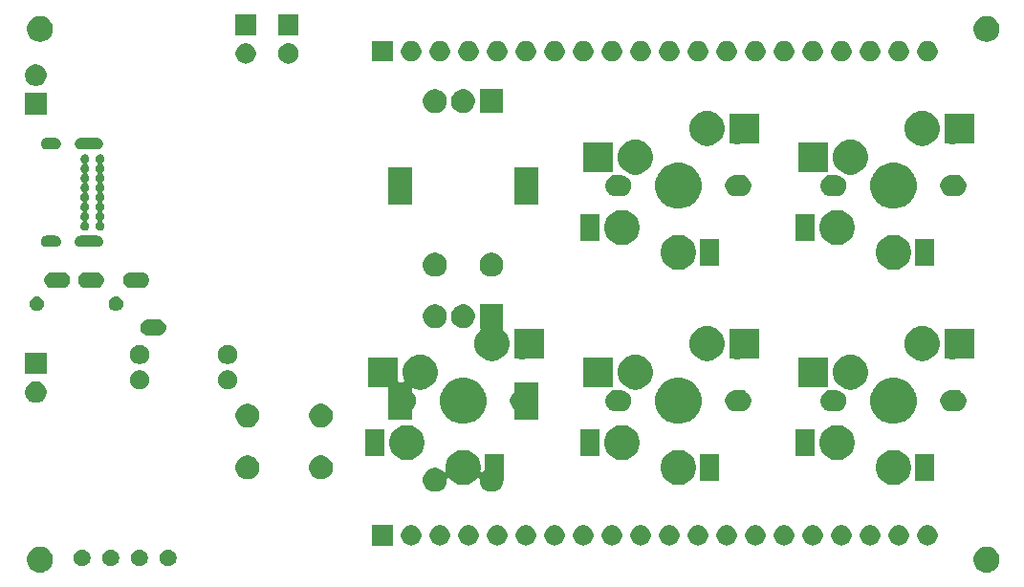
<source format=gbs>
G04 #@! TF.GenerationSoftware,KiCad,Pcbnew,(5.1.6-0-10_14)*
G04 #@! TF.CreationDate,2020-10-25T15:01:43+09:00*
G04 #@! TF.ProjectId,meishi_stm32,6d656973-6869-45f7-9374-6d33322e6b69,rev?*
G04 #@! TF.SameCoordinates,Original*
G04 #@! TF.FileFunction,Soldermask,Bot*
G04 #@! TF.FilePolarity,Negative*
%FSLAX46Y46*%
G04 Gerber Fmt 4.6, Leading zero omitted, Abs format (unit mm)*
G04 Created by KiCad (PCBNEW (5.1.6-0-10_14)) date 2020-10-25 15:01:43*
%MOMM*%
%LPD*%
G01*
G04 APERTURE LIST*
%ADD10C,0.100000*%
G04 APERTURE END LIST*
D10*
G36*
X116826359Y-76023556D02*
G01*
X116937544Y-76045672D01*
X117147013Y-76132437D01*
X117335530Y-76258400D01*
X117495850Y-76418720D01*
X117565007Y-76522221D01*
X117621814Y-76607239D01*
X117708578Y-76816707D01*
X117752810Y-77039075D01*
X117752810Y-77265805D01*
X117730694Y-77376989D01*
X117708578Y-77488174D01*
X117621813Y-77697643D01*
X117495850Y-77886160D01*
X117335530Y-78046480D01*
X117147013Y-78172443D01*
X116937544Y-78259208D01*
X116826359Y-78281324D01*
X116715175Y-78303440D01*
X116488445Y-78303440D01*
X116377261Y-78281324D01*
X116266076Y-78259208D01*
X116056607Y-78172443D01*
X115868090Y-78046480D01*
X115707770Y-77886160D01*
X115581807Y-77697643D01*
X115495042Y-77488174D01*
X115472926Y-77376989D01*
X115450810Y-77265805D01*
X115450810Y-77039075D01*
X115495042Y-76816707D01*
X115581806Y-76607239D01*
X115638613Y-76522221D01*
X115707770Y-76418720D01*
X115868090Y-76258400D01*
X116056607Y-76132437D01*
X116266076Y-76045672D01*
X116377261Y-76023556D01*
X116488445Y-76001440D01*
X116715175Y-76001440D01*
X116826359Y-76023556D01*
G37*
G36*
X33006359Y-76023556D02*
G01*
X33117544Y-76045672D01*
X33327013Y-76132437D01*
X33515530Y-76258400D01*
X33675850Y-76418720D01*
X33745007Y-76522221D01*
X33801814Y-76607239D01*
X33888578Y-76816707D01*
X33932810Y-77039075D01*
X33932810Y-77265805D01*
X33910694Y-77376989D01*
X33888578Y-77488174D01*
X33801813Y-77697643D01*
X33675850Y-77886160D01*
X33515530Y-78046480D01*
X33327013Y-78172443D01*
X33117544Y-78259208D01*
X33006359Y-78281324D01*
X32895175Y-78303440D01*
X32668445Y-78303440D01*
X32557261Y-78281324D01*
X32446076Y-78259208D01*
X32236607Y-78172443D01*
X32048090Y-78046480D01*
X31887770Y-77886160D01*
X31761807Y-77697643D01*
X31675042Y-77488174D01*
X31652926Y-77376989D01*
X31630810Y-77265805D01*
X31630810Y-77039075D01*
X31675042Y-76816707D01*
X31761806Y-76607239D01*
X31818613Y-76522221D01*
X31887770Y-76418720D01*
X32048090Y-76258400D01*
X32236607Y-76132437D01*
X32446076Y-76045672D01*
X32557261Y-76023556D01*
X32668445Y-76001440D01*
X32895175Y-76001440D01*
X33006359Y-76023556D01*
G37*
G36*
X39134425Y-76254599D02*
G01*
X39258621Y-76279302D01*
X39395022Y-76335801D01*
X39517779Y-76417825D01*
X39622175Y-76522221D01*
X39704199Y-76644978D01*
X39760698Y-76781379D01*
X39789500Y-76926181D01*
X39789500Y-77073819D01*
X39760698Y-77218621D01*
X39704199Y-77355022D01*
X39622175Y-77477779D01*
X39517779Y-77582175D01*
X39395022Y-77664199D01*
X39258621Y-77720698D01*
X39134425Y-77745401D01*
X39113820Y-77749500D01*
X38966180Y-77749500D01*
X38945575Y-77745401D01*
X38821379Y-77720698D01*
X38684978Y-77664199D01*
X38562221Y-77582175D01*
X38457825Y-77477779D01*
X38375801Y-77355022D01*
X38319302Y-77218621D01*
X38290500Y-77073819D01*
X38290500Y-76926181D01*
X38319302Y-76781379D01*
X38375801Y-76644978D01*
X38457825Y-76522221D01*
X38562221Y-76417825D01*
X38684978Y-76335801D01*
X38821379Y-76279302D01*
X38945575Y-76254599D01*
X38966180Y-76250500D01*
X39113820Y-76250500D01*
X39134425Y-76254599D01*
G37*
G36*
X36594425Y-76254599D02*
G01*
X36718621Y-76279302D01*
X36855022Y-76335801D01*
X36977779Y-76417825D01*
X37082175Y-76522221D01*
X37164199Y-76644978D01*
X37220698Y-76781379D01*
X37249500Y-76926181D01*
X37249500Y-77073819D01*
X37220698Y-77218621D01*
X37164199Y-77355022D01*
X37082175Y-77477779D01*
X36977779Y-77582175D01*
X36855022Y-77664199D01*
X36718621Y-77720698D01*
X36594425Y-77745401D01*
X36573820Y-77749500D01*
X36426180Y-77749500D01*
X36405575Y-77745401D01*
X36281379Y-77720698D01*
X36144978Y-77664199D01*
X36022221Y-77582175D01*
X35917825Y-77477779D01*
X35835801Y-77355022D01*
X35779302Y-77218621D01*
X35750500Y-77073819D01*
X35750500Y-76926181D01*
X35779302Y-76781379D01*
X35835801Y-76644978D01*
X35917825Y-76522221D01*
X36022221Y-76417825D01*
X36144978Y-76335801D01*
X36281379Y-76279302D01*
X36405575Y-76254599D01*
X36426180Y-76250500D01*
X36573820Y-76250500D01*
X36594425Y-76254599D01*
G37*
G36*
X44214425Y-76254599D02*
G01*
X44338621Y-76279302D01*
X44475022Y-76335801D01*
X44597779Y-76417825D01*
X44702175Y-76522221D01*
X44784199Y-76644978D01*
X44840698Y-76781379D01*
X44869500Y-76926181D01*
X44869500Y-77073819D01*
X44840698Y-77218621D01*
X44784199Y-77355022D01*
X44702175Y-77477779D01*
X44597779Y-77582175D01*
X44475022Y-77664199D01*
X44338621Y-77720698D01*
X44214425Y-77745401D01*
X44193820Y-77749500D01*
X44046180Y-77749500D01*
X44025575Y-77745401D01*
X43901379Y-77720698D01*
X43764978Y-77664199D01*
X43642221Y-77582175D01*
X43537825Y-77477779D01*
X43455801Y-77355022D01*
X43399302Y-77218621D01*
X43370500Y-77073819D01*
X43370500Y-76926181D01*
X43399302Y-76781379D01*
X43455801Y-76644978D01*
X43537825Y-76522221D01*
X43642221Y-76417825D01*
X43764978Y-76335801D01*
X43901379Y-76279302D01*
X44025575Y-76254599D01*
X44046180Y-76250500D01*
X44193820Y-76250500D01*
X44214425Y-76254599D01*
G37*
G36*
X41674425Y-76254599D02*
G01*
X41798621Y-76279302D01*
X41935022Y-76335801D01*
X42057779Y-76417825D01*
X42162175Y-76522221D01*
X42244199Y-76644978D01*
X42300698Y-76781379D01*
X42329500Y-76926181D01*
X42329500Y-77073819D01*
X42300698Y-77218621D01*
X42244199Y-77355022D01*
X42162175Y-77477779D01*
X42057779Y-77582175D01*
X41935022Y-77664199D01*
X41798621Y-77720698D01*
X41674425Y-77745401D01*
X41653820Y-77749500D01*
X41506180Y-77749500D01*
X41485575Y-77745401D01*
X41361379Y-77720698D01*
X41224978Y-77664199D01*
X41102221Y-77582175D01*
X40997825Y-77477779D01*
X40915801Y-77355022D01*
X40859302Y-77218621D01*
X40830500Y-77073819D01*
X40830500Y-76926181D01*
X40859302Y-76781379D01*
X40915801Y-76644978D01*
X40997825Y-76522221D01*
X41102221Y-76417825D01*
X41224978Y-76335801D01*
X41361379Y-76279302D01*
X41485575Y-76254599D01*
X41506180Y-76250500D01*
X41653820Y-76250500D01*
X41674425Y-76254599D01*
G37*
G36*
X96236902Y-74113617D02*
G01*
X96386202Y-74143314D01*
X96550174Y-74211234D01*
X96697744Y-74309837D01*
X96823243Y-74435336D01*
X96921846Y-74582906D01*
X96989766Y-74746878D01*
X97024390Y-74920949D01*
X97024390Y-75098431D01*
X96989766Y-75272502D01*
X96921846Y-75436474D01*
X96823243Y-75584044D01*
X96697744Y-75709543D01*
X96550174Y-75808146D01*
X96386202Y-75876066D01*
X96236902Y-75905763D01*
X96212132Y-75910690D01*
X96034648Y-75910690D01*
X96009878Y-75905763D01*
X95860578Y-75876066D01*
X95696606Y-75808146D01*
X95549036Y-75709543D01*
X95423537Y-75584044D01*
X95324934Y-75436474D01*
X95257014Y-75272502D01*
X95222390Y-75098431D01*
X95222390Y-74920949D01*
X95257014Y-74746878D01*
X95324934Y-74582906D01*
X95423537Y-74435336D01*
X95549036Y-74309837D01*
X95696606Y-74211234D01*
X95860578Y-74143314D01*
X96009878Y-74113617D01*
X96034648Y-74108690D01*
X96212132Y-74108690D01*
X96236902Y-74113617D01*
G37*
G36*
X93696902Y-74113617D02*
G01*
X93846202Y-74143314D01*
X94010174Y-74211234D01*
X94157744Y-74309837D01*
X94283243Y-74435336D01*
X94381846Y-74582906D01*
X94449766Y-74746878D01*
X94484390Y-74920949D01*
X94484390Y-75098431D01*
X94449766Y-75272502D01*
X94381846Y-75436474D01*
X94283243Y-75584044D01*
X94157744Y-75709543D01*
X94010174Y-75808146D01*
X93846202Y-75876066D01*
X93696902Y-75905763D01*
X93672132Y-75910690D01*
X93494648Y-75910690D01*
X93469878Y-75905763D01*
X93320578Y-75876066D01*
X93156606Y-75808146D01*
X93009036Y-75709543D01*
X92883537Y-75584044D01*
X92784934Y-75436474D01*
X92717014Y-75272502D01*
X92682390Y-75098431D01*
X92682390Y-74920949D01*
X92717014Y-74746878D01*
X92784934Y-74582906D01*
X92883537Y-74435336D01*
X93009036Y-74309837D01*
X93156606Y-74211234D01*
X93320578Y-74143314D01*
X93469878Y-74113617D01*
X93494648Y-74108690D01*
X93672132Y-74108690D01*
X93696902Y-74113617D01*
G37*
G36*
X91156902Y-74113617D02*
G01*
X91306202Y-74143314D01*
X91470174Y-74211234D01*
X91617744Y-74309837D01*
X91743243Y-74435336D01*
X91841846Y-74582906D01*
X91909766Y-74746878D01*
X91944390Y-74920949D01*
X91944390Y-75098431D01*
X91909766Y-75272502D01*
X91841846Y-75436474D01*
X91743243Y-75584044D01*
X91617744Y-75709543D01*
X91470174Y-75808146D01*
X91306202Y-75876066D01*
X91156902Y-75905763D01*
X91132132Y-75910690D01*
X90954648Y-75910690D01*
X90929878Y-75905763D01*
X90780578Y-75876066D01*
X90616606Y-75808146D01*
X90469036Y-75709543D01*
X90343537Y-75584044D01*
X90244934Y-75436474D01*
X90177014Y-75272502D01*
X90142390Y-75098431D01*
X90142390Y-74920949D01*
X90177014Y-74746878D01*
X90244934Y-74582906D01*
X90343537Y-74435336D01*
X90469036Y-74309837D01*
X90616606Y-74211234D01*
X90780578Y-74143314D01*
X90929878Y-74113617D01*
X90954648Y-74108690D01*
X91132132Y-74108690D01*
X91156902Y-74113617D01*
G37*
G36*
X88616902Y-74113617D02*
G01*
X88766202Y-74143314D01*
X88930174Y-74211234D01*
X89077744Y-74309837D01*
X89203243Y-74435336D01*
X89301846Y-74582906D01*
X89369766Y-74746878D01*
X89404390Y-74920949D01*
X89404390Y-75098431D01*
X89369766Y-75272502D01*
X89301846Y-75436474D01*
X89203243Y-75584044D01*
X89077744Y-75709543D01*
X88930174Y-75808146D01*
X88766202Y-75876066D01*
X88616902Y-75905763D01*
X88592132Y-75910690D01*
X88414648Y-75910690D01*
X88389878Y-75905763D01*
X88240578Y-75876066D01*
X88076606Y-75808146D01*
X87929036Y-75709543D01*
X87803537Y-75584044D01*
X87704934Y-75436474D01*
X87637014Y-75272502D01*
X87602390Y-75098431D01*
X87602390Y-74920949D01*
X87637014Y-74746878D01*
X87704934Y-74582906D01*
X87803537Y-74435336D01*
X87929036Y-74309837D01*
X88076606Y-74211234D01*
X88240578Y-74143314D01*
X88389878Y-74113617D01*
X88414648Y-74108690D01*
X88592132Y-74108690D01*
X88616902Y-74113617D01*
G37*
G36*
X86076902Y-74113617D02*
G01*
X86226202Y-74143314D01*
X86390174Y-74211234D01*
X86537744Y-74309837D01*
X86663243Y-74435336D01*
X86761846Y-74582906D01*
X86829766Y-74746878D01*
X86864390Y-74920949D01*
X86864390Y-75098431D01*
X86829766Y-75272502D01*
X86761846Y-75436474D01*
X86663243Y-75584044D01*
X86537744Y-75709543D01*
X86390174Y-75808146D01*
X86226202Y-75876066D01*
X86076902Y-75905763D01*
X86052132Y-75910690D01*
X85874648Y-75910690D01*
X85849878Y-75905763D01*
X85700578Y-75876066D01*
X85536606Y-75808146D01*
X85389036Y-75709543D01*
X85263537Y-75584044D01*
X85164934Y-75436474D01*
X85097014Y-75272502D01*
X85062390Y-75098431D01*
X85062390Y-74920949D01*
X85097014Y-74746878D01*
X85164934Y-74582906D01*
X85263537Y-74435336D01*
X85389036Y-74309837D01*
X85536606Y-74211234D01*
X85700578Y-74143314D01*
X85849878Y-74113617D01*
X85874648Y-74108690D01*
X86052132Y-74108690D01*
X86076902Y-74113617D01*
G37*
G36*
X83536902Y-74113617D02*
G01*
X83686202Y-74143314D01*
X83850174Y-74211234D01*
X83997744Y-74309837D01*
X84123243Y-74435336D01*
X84221846Y-74582906D01*
X84289766Y-74746878D01*
X84324390Y-74920949D01*
X84324390Y-75098431D01*
X84289766Y-75272502D01*
X84221846Y-75436474D01*
X84123243Y-75584044D01*
X83997744Y-75709543D01*
X83850174Y-75808146D01*
X83686202Y-75876066D01*
X83536902Y-75905763D01*
X83512132Y-75910690D01*
X83334648Y-75910690D01*
X83309878Y-75905763D01*
X83160578Y-75876066D01*
X82996606Y-75808146D01*
X82849036Y-75709543D01*
X82723537Y-75584044D01*
X82624934Y-75436474D01*
X82557014Y-75272502D01*
X82522390Y-75098431D01*
X82522390Y-74920949D01*
X82557014Y-74746878D01*
X82624934Y-74582906D01*
X82723537Y-74435336D01*
X82849036Y-74309837D01*
X82996606Y-74211234D01*
X83160578Y-74143314D01*
X83309878Y-74113617D01*
X83334648Y-74108690D01*
X83512132Y-74108690D01*
X83536902Y-74113617D01*
G37*
G36*
X80996902Y-74113617D02*
G01*
X81146202Y-74143314D01*
X81310174Y-74211234D01*
X81457744Y-74309837D01*
X81583243Y-74435336D01*
X81681846Y-74582906D01*
X81749766Y-74746878D01*
X81784390Y-74920949D01*
X81784390Y-75098431D01*
X81749766Y-75272502D01*
X81681846Y-75436474D01*
X81583243Y-75584044D01*
X81457744Y-75709543D01*
X81310174Y-75808146D01*
X81146202Y-75876066D01*
X80996902Y-75905763D01*
X80972132Y-75910690D01*
X80794648Y-75910690D01*
X80769878Y-75905763D01*
X80620578Y-75876066D01*
X80456606Y-75808146D01*
X80309036Y-75709543D01*
X80183537Y-75584044D01*
X80084934Y-75436474D01*
X80017014Y-75272502D01*
X79982390Y-75098431D01*
X79982390Y-74920949D01*
X80017014Y-74746878D01*
X80084934Y-74582906D01*
X80183537Y-74435336D01*
X80309036Y-74309837D01*
X80456606Y-74211234D01*
X80620578Y-74143314D01*
X80769878Y-74113617D01*
X80794648Y-74108690D01*
X80972132Y-74108690D01*
X80996902Y-74113617D01*
G37*
G36*
X78456902Y-74113617D02*
G01*
X78606202Y-74143314D01*
X78770174Y-74211234D01*
X78917744Y-74309837D01*
X79043243Y-74435336D01*
X79141846Y-74582906D01*
X79209766Y-74746878D01*
X79244390Y-74920949D01*
X79244390Y-75098431D01*
X79209766Y-75272502D01*
X79141846Y-75436474D01*
X79043243Y-75584044D01*
X78917744Y-75709543D01*
X78770174Y-75808146D01*
X78606202Y-75876066D01*
X78456902Y-75905763D01*
X78432132Y-75910690D01*
X78254648Y-75910690D01*
X78229878Y-75905763D01*
X78080578Y-75876066D01*
X77916606Y-75808146D01*
X77769036Y-75709543D01*
X77643537Y-75584044D01*
X77544934Y-75436474D01*
X77477014Y-75272502D01*
X77442390Y-75098431D01*
X77442390Y-74920949D01*
X77477014Y-74746878D01*
X77544934Y-74582906D01*
X77643537Y-74435336D01*
X77769036Y-74309837D01*
X77916606Y-74211234D01*
X78080578Y-74143314D01*
X78229878Y-74113617D01*
X78254648Y-74108690D01*
X78432132Y-74108690D01*
X78456902Y-74113617D01*
G37*
G36*
X75916902Y-74113617D02*
G01*
X76066202Y-74143314D01*
X76230174Y-74211234D01*
X76377744Y-74309837D01*
X76503243Y-74435336D01*
X76601846Y-74582906D01*
X76669766Y-74746878D01*
X76704390Y-74920949D01*
X76704390Y-75098431D01*
X76669766Y-75272502D01*
X76601846Y-75436474D01*
X76503243Y-75584044D01*
X76377744Y-75709543D01*
X76230174Y-75808146D01*
X76066202Y-75876066D01*
X75916902Y-75905763D01*
X75892132Y-75910690D01*
X75714648Y-75910690D01*
X75689878Y-75905763D01*
X75540578Y-75876066D01*
X75376606Y-75808146D01*
X75229036Y-75709543D01*
X75103537Y-75584044D01*
X75004934Y-75436474D01*
X74937014Y-75272502D01*
X74902390Y-75098431D01*
X74902390Y-74920949D01*
X74937014Y-74746878D01*
X75004934Y-74582906D01*
X75103537Y-74435336D01*
X75229036Y-74309837D01*
X75376606Y-74211234D01*
X75540578Y-74143314D01*
X75689878Y-74113617D01*
X75714648Y-74108690D01*
X75892132Y-74108690D01*
X75916902Y-74113617D01*
G37*
G36*
X73376902Y-74113617D02*
G01*
X73526202Y-74143314D01*
X73690174Y-74211234D01*
X73837744Y-74309837D01*
X73963243Y-74435336D01*
X74061846Y-74582906D01*
X74129766Y-74746878D01*
X74164390Y-74920949D01*
X74164390Y-75098431D01*
X74129766Y-75272502D01*
X74061846Y-75436474D01*
X73963243Y-75584044D01*
X73837744Y-75709543D01*
X73690174Y-75808146D01*
X73526202Y-75876066D01*
X73376902Y-75905763D01*
X73352132Y-75910690D01*
X73174648Y-75910690D01*
X73149878Y-75905763D01*
X73000578Y-75876066D01*
X72836606Y-75808146D01*
X72689036Y-75709543D01*
X72563537Y-75584044D01*
X72464934Y-75436474D01*
X72397014Y-75272502D01*
X72362390Y-75098431D01*
X72362390Y-74920949D01*
X72397014Y-74746878D01*
X72464934Y-74582906D01*
X72563537Y-74435336D01*
X72689036Y-74309837D01*
X72836606Y-74211234D01*
X73000578Y-74143314D01*
X73149878Y-74113617D01*
X73174648Y-74108690D01*
X73352132Y-74108690D01*
X73376902Y-74113617D01*
G37*
G36*
X70836902Y-74113617D02*
G01*
X70986202Y-74143314D01*
X71150174Y-74211234D01*
X71297744Y-74309837D01*
X71423243Y-74435336D01*
X71521846Y-74582906D01*
X71589766Y-74746878D01*
X71624390Y-74920949D01*
X71624390Y-75098431D01*
X71589766Y-75272502D01*
X71521846Y-75436474D01*
X71423243Y-75584044D01*
X71297744Y-75709543D01*
X71150174Y-75808146D01*
X70986202Y-75876066D01*
X70836902Y-75905763D01*
X70812132Y-75910690D01*
X70634648Y-75910690D01*
X70609878Y-75905763D01*
X70460578Y-75876066D01*
X70296606Y-75808146D01*
X70149036Y-75709543D01*
X70023537Y-75584044D01*
X69924934Y-75436474D01*
X69857014Y-75272502D01*
X69822390Y-75098431D01*
X69822390Y-74920949D01*
X69857014Y-74746878D01*
X69924934Y-74582906D01*
X70023537Y-74435336D01*
X70149036Y-74309837D01*
X70296606Y-74211234D01*
X70460578Y-74143314D01*
X70609878Y-74113617D01*
X70634648Y-74108690D01*
X70812132Y-74108690D01*
X70836902Y-74113617D01*
G37*
G36*
X68296902Y-74113617D02*
G01*
X68446202Y-74143314D01*
X68610174Y-74211234D01*
X68757744Y-74309837D01*
X68883243Y-74435336D01*
X68981846Y-74582906D01*
X69049766Y-74746878D01*
X69084390Y-74920949D01*
X69084390Y-75098431D01*
X69049766Y-75272502D01*
X68981846Y-75436474D01*
X68883243Y-75584044D01*
X68757744Y-75709543D01*
X68610174Y-75808146D01*
X68446202Y-75876066D01*
X68296902Y-75905763D01*
X68272132Y-75910690D01*
X68094648Y-75910690D01*
X68069878Y-75905763D01*
X67920578Y-75876066D01*
X67756606Y-75808146D01*
X67609036Y-75709543D01*
X67483537Y-75584044D01*
X67384934Y-75436474D01*
X67317014Y-75272502D01*
X67282390Y-75098431D01*
X67282390Y-74920949D01*
X67317014Y-74746878D01*
X67384934Y-74582906D01*
X67483537Y-74435336D01*
X67609036Y-74309837D01*
X67756606Y-74211234D01*
X67920578Y-74143314D01*
X68069878Y-74113617D01*
X68094648Y-74108690D01*
X68272132Y-74108690D01*
X68296902Y-74113617D01*
G37*
G36*
X65756902Y-74113617D02*
G01*
X65906202Y-74143314D01*
X66070174Y-74211234D01*
X66217744Y-74309837D01*
X66343243Y-74435336D01*
X66441846Y-74582906D01*
X66509766Y-74746878D01*
X66544390Y-74920949D01*
X66544390Y-75098431D01*
X66509766Y-75272502D01*
X66441846Y-75436474D01*
X66343243Y-75584044D01*
X66217744Y-75709543D01*
X66070174Y-75808146D01*
X65906202Y-75876066D01*
X65756902Y-75905763D01*
X65732132Y-75910690D01*
X65554648Y-75910690D01*
X65529878Y-75905763D01*
X65380578Y-75876066D01*
X65216606Y-75808146D01*
X65069036Y-75709543D01*
X64943537Y-75584044D01*
X64844934Y-75436474D01*
X64777014Y-75272502D01*
X64742390Y-75098431D01*
X64742390Y-74920949D01*
X64777014Y-74746878D01*
X64844934Y-74582906D01*
X64943537Y-74435336D01*
X65069036Y-74309837D01*
X65216606Y-74211234D01*
X65380578Y-74143314D01*
X65529878Y-74113617D01*
X65554648Y-74108690D01*
X65732132Y-74108690D01*
X65756902Y-74113617D01*
G37*
G36*
X64004390Y-75910690D02*
G01*
X62202390Y-75910690D01*
X62202390Y-74108690D01*
X64004390Y-74108690D01*
X64004390Y-75910690D01*
G37*
G36*
X111476902Y-74113617D02*
G01*
X111626202Y-74143314D01*
X111790174Y-74211234D01*
X111937744Y-74309837D01*
X112063243Y-74435336D01*
X112161846Y-74582906D01*
X112229766Y-74746878D01*
X112264390Y-74920949D01*
X112264390Y-75098431D01*
X112229766Y-75272502D01*
X112161846Y-75436474D01*
X112063243Y-75584044D01*
X111937744Y-75709543D01*
X111790174Y-75808146D01*
X111626202Y-75876066D01*
X111476902Y-75905763D01*
X111452132Y-75910690D01*
X111274648Y-75910690D01*
X111249878Y-75905763D01*
X111100578Y-75876066D01*
X110936606Y-75808146D01*
X110789036Y-75709543D01*
X110663537Y-75584044D01*
X110564934Y-75436474D01*
X110497014Y-75272502D01*
X110462390Y-75098431D01*
X110462390Y-74920949D01*
X110497014Y-74746878D01*
X110564934Y-74582906D01*
X110663537Y-74435336D01*
X110789036Y-74309837D01*
X110936606Y-74211234D01*
X111100578Y-74143314D01*
X111249878Y-74113617D01*
X111274648Y-74108690D01*
X111452132Y-74108690D01*
X111476902Y-74113617D01*
G37*
G36*
X108936902Y-74113617D02*
G01*
X109086202Y-74143314D01*
X109250174Y-74211234D01*
X109397744Y-74309837D01*
X109523243Y-74435336D01*
X109621846Y-74582906D01*
X109689766Y-74746878D01*
X109724390Y-74920949D01*
X109724390Y-75098431D01*
X109689766Y-75272502D01*
X109621846Y-75436474D01*
X109523243Y-75584044D01*
X109397744Y-75709543D01*
X109250174Y-75808146D01*
X109086202Y-75876066D01*
X108936902Y-75905763D01*
X108912132Y-75910690D01*
X108734648Y-75910690D01*
X108709878Y-75905763D01*
X108560578Y-75876066D01*
X108396606Y-75808146D01*
X108249036Y-75709543D01*
X108123537Y-75584044D01*
X108024934Y-75436474D01*
X107957014Y-75272502D01*
X107922390Y-75098431D01*
X107922390Y-74920949D01*
X107957014Y-74746878D01*
X108024934Y-74582906D01*
X108123537Y-74435336D01*
X108249036Y-74309837D01*
X108396606Y-74211234D01*
X108560578Y-74143314D01*
X108709878Y-74113617D01*
X108734648Y-74108690D01*
X108912132Y-74108690D01*
X108936902Y-74113617D01*
G37*
G36*
X106396902Y-74113617D02*
G01*
X106546202Y-74143314D01*
X106710174Y-74211234D01*
X106857744Y-74309837D01*
X106983243Y-74435336D01*
X107081846Y-74582906D01*
X107149766Y-74746878D01*
X107184390Y-74920949D01*
X107184390Y-75098431D01*
X107149766Y-75272502D01*
X107081846Y-75436474D01*
X106983243Y-75584044D01*
X106857744Y-75709543D01*
X106710174Y-75808146D01*
X106546202Y-75876066D01*
X106396902Y-75905763D01*
X106372132Y-75910690D01*
X106194648Y-75910690D01*
X106169878Y-75905763D01*
X106020578Y-75876066D01*
X105856606Y-75808146D01*
X105709036Y-75709543D01*
X105583537Y-75584044D01*
X105484934Y-75436474D01*
X105417014Y-75272502D01*
X105382390Y-75098431D01*
X105382390Y-74920949D01*
X105417014Y-74746878D01*
X105484934Y-74582906D01*
X105583537Y-74435336D01*
X105709036Y-74309837D01*
X105856606Y-74211234D01*
X106020578Y-74143314D01*
X106169878Y-74113617D01*
X106194648Y-74108690D01*
X106372132Y-74108690D01*
X106396902Y-74113617D01*
G37*
G36*
X103856902Y-74113617D02*
G01*
X104006202Y-74143314D01*
X104170174Y-74211234D01*
X104317744Y-74309837D01*
X104443243Y-74435336D01*
X104541846Y-74582906D01*
X104609766Y-74746878D01*
X104644390Y-74920949D01*
X104644390Y-75098431D01*
X104609766Y-75272502D01*
X104541846Y-75436474D01*
X104443243Y-75584044D01*
X104317744Y-75709543D01*
X104170174Y-75808146D01*
X104006202Y-75876066D01*
X103856902Y-75905763D01*
X103832132Y-75910690D01*
X103654648Y-75910690D01*
X103629878Y-75905763D01*
X103480578Y-75876066D01*
X103316606Y-75808146D01*
X103169036Y-75709543D01*
X103043537Y-75584044D01*
X102944934Y-75436474D01*
X102877014Y-75272502D01*
X102842390Y-75098431D01*
X102842390Y-74920949D01*
X102877014Y-74746878D01*
X102944934Y-74582906D01*
X103043537Y-74435336D01*
X103169036Y-74309837D01*
X103316606Y-74211234D01*
X103480578Y-74143314D01*
X103629878Y-74113617D01*
X103654648Y-74108690D01*
X103832132Y-74108690D01*
X103856902Y-74113617D01*
G37*
G36*
X101316902Y-74113617D02*
G01*
X101466202Y-74143314D01*
X101630174Y-74211234D01*
X101777744Y-74309837D01*
X101903243Y-74435336D01*
X102001846Y-74582906D01*
X102069766Y-74746878D01*
X102104390Y-74920949D01*
X102104390Y-75098431D01*
X102069766Y-75272502D01*
X102001846Y-75436474D01*
X101903243Y-75584044D01*
X101777744Y-75709543D01*
X101630174Y-75808146D01*
X101466202Y-75876066D01*
X101316902Y-75905763D01*
X101292132Y-75910690D01*
X101114648Y-75910690D01*
X101089878Y-75905763D01*
X100940578Y-75876066D01*
X100776606Y-75808146D01*
X100629036Y-75709543D01*
X100503537Y-75584044D01*
X100404934Y-75436474D01*
X100337014Y-75272502D01*
X100302390Y-75098431D01*
X100302390Y-74920949D01*
X100337014Y-74746878D01*
X100404934Y-74582906D01*
X100503537Y-74435336D01*
X100629036Y-74309837D01*
X100776606Y-74211234D01*
X100940578Y-74143314D01*
X101089878Y-74113617D01*
X101114648Y-74108690D01*
X101292132Y-74108690D01*
X101316902Y-74113617D01*
G37*
G36*
X98776902Y-74113617D02*
G01*
X98926202Y-74143314D01*
X99090174Y-74211234D01*
X99237744Y-74309837D01*
X99363243Y-74435336D01*
X99461846Y-74582906D01*
X99529766Y-74746878D01*
X99564390Y-74920949D01*
X99564390Y-75098431D01*
X99529766Y-75272502D01*
X99461846Y-75436474D01*
X99363243Y-75584044D01*
X99237744Y-75709543D01*
X99090174Y-75808146D01*
X98926202Y-75876066D01*
X98776902Y-75905763D01*
X98752132Y-75910690D01*
X98574648Y-75910690D01*
X98549878Y-75905763D01*
X98400578Y-75876066D01*
X98236606Y-75808146D01*
X98089036Y-75709543D01*
X97963537Y-75584044D01*
X97864934Y-75436474D01*
X97797014Y-75272502D01*
X97762390Y-75098431D01*
X97762390Y-74920949D01*
X97797014Y-74746878D01*
X97864934Y-74582906D01*
X97963537Y-74435336D01*
X98089036Y-74309837D01*
X98236606Y-74211234D01*
X98400578Y-74143314D01*
X98549878Y-74113617D01*
X98574648Y-74108690D01*
X98752132Y-74108690D01*
X98776902Y-74113617D01*
G37*
G36*
X70549755Y-67482192D02*
G01*
X70699580Y-67511994D01*
X70981844Y-67628911D01*
X71235875Y-67798649D01*
X71451911Y-68014685D01*
X71621649Y-68268716D01*
X71718346Y-68502165D01*
X71738566Y-68550981D01*
X71798170Y-68850629D01*
X71798170Y-69156151D01*
X71776920Y-69262983D01*
X71774518Y-69287369D01*
X71776920Y-69311755D01*
X71784033Y-69335204D01*
X71795584Y-69356815D01*
X71811130Y-69375757D01*
X71830072Y-69391302D01*
X71851682Y-69402853D01*
X71875131Y-69409966D01*
X71899517Y-69412368D01*
X71923903Y-69409966D01*
X71947352Y-69402853D01*
X71968963Y-69391302D01*
X71987905Y-69375757D01*
X72080027Y-69283635D01*
X72140617Y-69243150D01*
X72159559Y-69227605D01*
X72175104Y-69208663D01*
X72186655Y-69187052D01*
X72193768Y-69163603D01*
X72196170Y-69139217D01*
X72196170Y-67852390D01*
X73898170Y-67852390D01*
X73898170Y-70155886D01*
X73888970Y-70156792D01*
X73865521Y-70163905D01*
X73843910Y-70175456D01*
X73824968Y-70191001D01*
X73809423Y-70209943D01*
X73797872Y-70231554D01*
X73790759Y-70255002D01*
X73760611Y-70406565D01*
X73681385Y-70597833D01*
X73681384Y-70597835D01*
X73566365Y-70769973D01*
X73419973Y-70916365D01*
X73247835Y-71031384D01*
X73247834Y-71031385D01*
X73247833Y-71031385D01*
X73056564Y-71110611D01*
X72853516Y-71151000D01*
X72646484Y-71151000D01*
X72443436Y-71110611D01*
X72252167Y-71031385D01*
X72252166Y-71031385D01*
X72252165Y-71031384D01*
X72080027Y-70916365D01*
X71933635Y-70769973D01*
X71818616Y-70597835D01*
X71818615Y-70597833D01*
X71739389Y-70406564D01*
X71699000Y-70203516D01*
X71699000Y-70034365D01*
X71696598Y-70009979D01*
X71689485Y-69986530D01*
X71677934Y-69964919D01*
X71662389Y-69945977D01*
X71643447Y-69930432D01*
X71621836Y-69918881D01*
X71598387Y-69911768D01*
X71574001Y-69909366D01*
X71549615Y-69911768D01*
X71526166Y-69918881D01*
X71504555Y-69930432D01*
X71485613Y-69945977D01*
X71470076Y-69964910D01*
X71451911Y-69992095D01*
X71235875Y-70208131D01*
X70981844Y-70377869D01*
X70699580Y-70494786D01*
X70549755Y-70524588D01*
X70399931Y-70554390D01*
X70094409Y-70554390D01*
X69944585Y-70524588D01*
X69794760Y-70494786D01*
X69512496Y-70377869D01*
X69258465Y-70208131D01*
X69042429Y-69992095D01*
X69029930Y-69973388D01*
X69014386Y-69954448D01*
X68995444Y-69938903D01*
X68973833Y-69927352D01*
X68950384Y-69920239D01*
X68925998Y-69917837D01*
X68901612Y-69920239D01*
X68878163Y-69927352D01*
X68856553Y-69938904D01*
X68837611Y-69954449D01*
X68822066Y-69973391D01*
X68810515Y-69995002D01*
X68803402Y-70018451D01*
X68801000Y-70042836D01*
X68801000Y-70203516D01*
X68760611Y-70406564D01*
X68681385Y-70597833D01*
X68681384Y-70597835D01*
X68566365Y-70769973D01*
X68419973Y-70916365D01*
X68247835Y-71031384D01*
X68247834Y-71031385D01*
X68247833Y-71031385D01*
X68056564Y-71110611D01*
X67853516Y-71151000D01*
X67646484Y-71151000D01*
X67443436Y-71110611D01*
X67252167Y-71031385D01*
X67252166Y-71031385D01*
X67252165Y-71031384D01*
X67080027Y-70916365D01*
X66933635Y-70769973D01*
X66818616Y-70597835D01*
X66818615Y-70597833D01*
X66739389Y-70406564D01*
X66699000Y-70203516D01*
X66699000Y-69996484D01*
X66739389Y-69793436D01*
X66818615Y-69602167D01*
X66888329Y-69497833D01*
X66933635Y-69430027D01*
X67080027Y-69283635D01*
X67252165Y-69168616D01*
X67252167Y-69168615D01*
X67443436Y-69089389D01*
X67646484Y-69049000D01*
X67853516Y-69049000D01*
X68056564Y-69089389D01*
X68247833Y-69168615D01*
X68247835Y-69168616D01*
X68389065Y-69262983D01*
X68419973Y-69283635D01*
X68505030Y-69368692D01*
X68523972Y-69384237D01*
X68545583Y-69395788D01*
X68569032Y-69402901D01*
X68593418Y-69405303D01*
X68617804Y-69402901D01*
X68641253Y-69395788D01*
X68662864Y-69384237D01*
X68681806Y-69368692D01*
X68697351Y-69349750D01*
X68708902Y-69328139D01*
X68716015Y-69304690D01*
X68718417Y-69280304D01*
X68716015Y-69255918D01*
X68696170Y-69156151D01*
X68696170Y-68850629D01*
X68755774Y-68550981D01*
X68775994Y-68502165D01*
X68872691Y-68268716D01*
X69042429Y-68014685D01*
X69258465Y-67798649D01*
X69512496Y-67628911D01*
X69794760Y-67511994D01*
X69944585Y-67482192D01*
X70094409Y-67452390D01*
X70399931Y-67452390D01*
X70549755Y-67482192D01*
G37*
G36*
X108649915Y-67482192D02*
G01*
X108799740Y-67511994D01*
X109082004Y-67628911D01*
X109336035Y-67798649D01*
X109552071Y-68014685D01*
X109721809Y-68268716D01*
X109818506Y-68502165D01*
X109838726Y-68550981D01*
X109898330Y-68850629D01*
X109898330Y-69156151D01*
X109892183Y-69187052D01*
X109838726Y-69455800D01*
X109721809Y-69738064D01*
X109552071Y-69992095D01*
X109336035Y-70208131D01*
X109082004Y-70377869D01*
X108799740Y-70494786D01*
X108649915Y-70524588D01*
X108500091Y-70554390D01*
X108194569Y-70554390D01*
X108044745Y-70524588D01*
X107894920Y-70494786D01*
X107612656Y-70377869D01*
X107358625Y-70208131D01*
X107142589Y-69992095D01*
X106972851Y-69738064D01*
X106855934Y-69455800D01*
X106802477Y-69187052D01*
X106796330Y-69156151D01*
X106796330Y-68850629D01*
X106855934Y-68550981D01*
X106876154Y-68502165D01*
X106972851Y-68268716D01*
X107142589Y-68014685D01*
X107358625Y-67798649D01*
X107612656Y-67628911D01*
X107894920Y-67511994D01*
X108044745Y-67482192D01*
X108194569Y-67452390D01*
X108500091Y-67452390D01*
X108649915Y-67482192D01*
G37*
G36*
X89599835Y-67482192D02*
G01*
X89749660Y-67511994D01*
X90031924Y-67628911D01*
X90285955Y-67798649D01*
X90501991Y-68014685D01*
X90671729Y-68268716D01*
X90768426Y-68502165D01*
X90788646Y-68550981D01*
X90848250Y-68850629D01*
X90848250Y-69156151D01*
X90842103Y-69187052D01*
X90788646Y-69455800D01*
X90671729Y-69738064D01*
X90501991Y-69992095D01*
X90285955Y-70208131D01*
X90031924Y-70377869D01*
X89749660Y-70494786D01*
X89599835Y-70524588D01*
X89450011Y-70554390D01*
X89144489Y-70554390D01*
X88994665Y-70524588D01*
X88844840Y-70494786D01*
X88562576Y-70377869D01*
X88308545Y-70208131D01*
X88092509Y-69992095D01*
X87922771Y-69738064D01*
X87805854Y-69455800D01*
X87752397Y-69187052D01*
X87746250Y-69156151D01*
X87746250Y-68850629D01*
X87805854Y-68550981D01*
X87826074Y-68502165D01*
X87922771Y-68268716D01*
X88092509Y-68014685D01*
X88308545Y-67798649D01*
X88562576Y-67628911D01*
X88844840Y-67511994D01*
X88994665Y-67482192D01*
X89144489Y-67452390D01*
X89450011Y-67452390D01*
X89599835Y-67482192D01*
G37*
G36*
X92948250Y-70154390D02*
G01*
X91246250Y-70154390D01*
X91246250Y-67852390D01*
X92948250Y-67852390D01*
X92948250Y-70154390D01*
G37*
G36*
X111998330Y-70154390D02*
G01*
X110296330Y-70154390D01*
X110296330Y-67852390D01*
X111998330Y-67852390D01*
X111998330Y-70154390D01*
G37*
G36*
X57956564Y-67989389D02*
G01*
X58147833Y-68068615D01*
X58147835Y-68068616D01*
X58311344Y-68177869D01*
X58319973Y-68183635D01*
X58466365Y-68330027D01*
X58581385Y-68502167D01*
X58660611Y-68693436D01*
X58701000Y-68896484D01*
X58701000Y-69103516D01*
X58660611Y-69306564D01*
X58581385Y-69497833D01*
X58581384Y-69497835D01*
X58466365Y-69669973D01*
X58319973Y-69816365D01*
X58147835Y-69931384D01*
X58147834Y-69931385D01*
X58147833Y-69931385D01*
X57956564Y-70010611D01*
X57753516Y-70051000D01*
X57546484Y-70051000D01*
X57343436Y-70010611D01*
X57152167Y-69931385D01*
X57152166Y-69931385D01*
X57152165Y-69931384D01*
X56980027Y-69816365D01*
X56833635Y-69669973D01*
X56718616Y-69497835D01*
X56718615Y-69497833D01*
X56639389Y-69306564D01*
X56599000Y-69103516D01*
X56599000Y-68896484D01*
X56639389Y-68693436D01*
X56718615Y-68502167D01*
X56833635Y-68330027D01*
X56980027Y-68183635D01*
X56988656Y-68177869D01*
X57152165Y-68068616D01*
X57152167Y-68068615D01*
X57343436Y-67989389D01*
X57546484Y-67949000D01*
X57753516Y-67949000D01*
X57956564Y-67989389D01*
G37*
G36*
X51456564Y-67989389D02*
G01*
X51647833Y-68068615D01*
X51647835Y-68068616D01*
X51811344Y-68177869D01*
X51819973Y-68183635D01*
X51966365Y-68330027D01*
X52081385Y-68502167D01*
X52160611Y-68693436D01*
X52201000Y-68896484D01*
X52201000Y-69103516D01*
X52160611Y-69306564D01*
X52081385Y-69497833D01*
X52081384Y-69497835D01*
X51966365Y-69669973D01*
X51819973Y-69816365D01*
X51647835Y-69931384D01*
X51647834Y-69931385D01*
X51647833Y-69931385D01*
X51456564Y-70010611D01*
X51253516Y-70051000D01*
X51046484Y-70051000D01*
X50843436Y-70010611D01*
X50652167Y-69931385D01*
X50652166Y-69931385D01*
X50652165Y-69931384D01*
X50480027Y-69816365D01*
X50333635Y-69669973D01*
X50218616Y-69497835D01*
X50218615Y-69497833D01*
X50139389Y-69306564D01*
X50099000Y-69103516D01*
X50099000Y-68896484D01*
X50139389Y-68693436D01*
X50218615Y-68502167D01*
X50333635Y-68330027D01*
X50480027Y-68183635D01*
X50488656Y-68177869D01*
X50652165Y-68068616D01*
X50652167Y-68068615D01*
X50843436Y-67989389D01*
X51046484Y-67949000D01*
X51253516Y-67949000D01*
X51456564Y-67989389D01*
G37*
G36*
X84599835Y-65282192D02*
G01*
X84749660Y-65311994D01*
X85031924Y-65428911D01*
X85285955Y-65598649D01*
X85501991Y-65814685D01*
X85671729Y-66068716D01*
X85788646Y-66350980D01*
X85848250Y-66650630D01*
X85848250Y-66956150D01*
X85788646Y-67255800D01*
X85671729Y-67538064D01*
X85501991Y-67792095D01*
X85285955Y-68008131D01*
X85031924Y-68177869D01*
X84749660Y-68294786D01*
X84599835Y-68324588D01*
X84450011Y-68354390D01*
X84144489Y-68354390D01*
X83994665Y-68324588D01*
X83844840Y-68294786D01*
X83562576Y-68177869D01*
X83308545Y-68008131D01*
X83092509Y-67792095D01*
X82922771Y-67538064D01*
X82805854Y-67255800D01*
X82746250Y-66956150D01*
X82746250Y-66650630D01*
X82805854Y-66350980D01*
X82922771Y-66068716D01*
X83092509Y-65814685D01*
X83308545Y-65598649D01*
X83562576Y-65428911D01*
X83844840Y-65311994D01*
X83994665Y-65282192D01*
X84144489Y-65252390D01*
X84450011Y-65252390D01*
X84599835Y-65282192D01*
G37*
G36*
X65549755Y-65282192D02*
G01*
X65699580Y-65311994D01*
X65981844Y-65428911D01*
X66235875Y-65598649D01*
X66451911Y-65814685D01*
X66621649Y-66068716D01*
X66738566Y-66350980D01*
X66798170Y-66650630D01*
X66798170Y-66956150D01*
X66738566Y-67255800D01*
X66621649Y-67538064D01*
X66451911Y-67792095D01*
X66235875Y-68008131D01*
X65981844Y-68177869D01*
X65699580Y-68294786D01*
X65549755Y-68324588D01*
X65399931Y-68354390D01*
X65094409Y-68354390D01*
X64944585Y-68324588D01*
X64794760Y-68294786D01*
X64512496Y-68177869D01*
X64258465Y-68008131D01*
X64042429Y-67792095D01*
X63872691Y-67538064D01*
X63755774Y-67255800D01*
X63696170Y-66956150D01*
X63696170Y-66650630D01*
X63755774Y-66350980D01*
X63872691Y-66068716D01*
X64042429Y-65814685D01*
X64258465Y-65598649D01*
X64512496Y-65428911D01*
X64794760Y-65311994D01*
X64944585Y-65282192D01*
X65094409Y-65252390D01*
X65399931Y-65252390D01*
X65549755Y-65282192D01*
G37*
G36*
X103649915Y-65282192D02*
G01*
X103799740Y-65311994D01*
X104082004Y-65428911D01*
X104336035Y-65598649D01*
X104552071Y-65814685D01*
X104721809Y-66068716D01*
X104838726Y-66350980D01*
X104898330Y-66650630D01*
X104898330Y-66956150D01*
X104838726Y-67255800D01*
X104721809Y-67538064D01*
X104552071Y-67792095D01*
X104336035Y-68008131D01*
X104082004Y-68177869D01*
X103799740Y-68294786D01*
X103649915Y-68324588D01*
X103500091Y-68354390D01*
X103194569Y-68354390D01*
X103044745Y-68324588D01*
X102894920Y-68294786D01*
X102612656Y-68177869D01*
X102358625Y-68008131D01*
X102142589Y-67792095D01*
X101972851Y-67538064D01*
X101855934Y-67255800D01*
X101796330Y-66956150D01*
X101796330Y-66650630D01*
X101855934Y-66350980D01*
X101972851Y-66068716D01*
X102142589Y-65814685D01*
X102358625Y-65598649D01*
X102612656Y-65428911D01*
X102894920Y-65311994D01*
X103044745Y-65282192D01*
X103194569Y-65252390D01*
X103500091Y-65252390D01*
X103649915Y-65282192D01*
G37*
G36*
X101398330Y-67954390D02*
G01*
X99696330Y-67954390D01*
X99696330Y-65652390D01*
X101398330Y-65652390D01*
X101398330Y-67954390D01*
G37*
G36*
X82348250Y-67954390D02*
G01*
X80646250Y-67954390D01*
X80646250Y-65652390D01*
X82348250Y-65652390D01*
X82348250Y-67954390D01*
G37*
G36*
X63298170Y-67954390D02*
G01*
X61596170Y-67954390D01*
X61596170Y-65652390D01*
X63298170Y-65652390D01*
X63298170Y-67954390D01*
G37*
G36*
X57956564Y-63389389D02*
G01*
X58147833Y-63468615D01*
X58147835Y-63468616D01*
X58319973Y-63583635D01*
X58466365Y-63730027D01*
X58568677Y-63883147D01*
X58581385Y-63902167D01*
X58660611Y-64093436D01*
X58701000Y-64296484D01*
X58701000Y-64503516D01*
X58660611Y-64706564D01*
X58581385Y-64897833D01*
X58581384Y-64897835D01*
X58466365Y-65069973D01*
X58319973Y-65216365D01*
X58147835Y-65331384D01*
X58147834Y-65331385D01*
X58147833Y-65331385D01*
X57956564Y-65410611D01*
X57753516Y-65451000D01*
X57546484Y-65451000D01*
X57343436Y-65410611D01*
X57152167Y-65331385D01*
X57152166Y-65331385D01*
X57152165Y-65331384D01*
X56980027Y-65216365D01*
X56833635Y-65069973D01*
X56718616Y-64897835D01*
X56718615Y-64897833D01*
X56639389Y-64706564D01*
X56599000Y-64503516D01*
X56599000Y-64296484D01*
X56639389Y-64093436D01*
X56718615Y-63902167D01*
X56731324Y-63883147D01*
X56833635Y-63730027D01*
X56980027Y-63583635D01*
X57152165Y-63468616D01*
X57152167Y-63468615D01*
X57343436Y-63389389D01*
X57546484Y-63349000D01*
X57753516Y-63349000D01*
X57956564Y-63389389D01*
G37*
G36*
X51456564Y-63389389D02*
G01*
X51647833Y-63468615D01*
X51647835Y-63468616D01*
X51819973Y-63583635D01*
X51966365Y-63730027D01*
X52068677Y-63883147D01*
X52081385Y-63902167D01*
X52160611Y-64093436D01*
X52201000Y-64296484D01*
X52201000Y-64503516D01*
X52160611Y-64706564D01*
X52081385Y-64897833D01*
X52081384Y-64897835D01*
X51966365Y-65069973D01*
X51819973Y-65216365D01*
X51647835Y-65331384D01*
X51647834Y-65331385D01*
X51647833Y-65331385D01*
X51456564Y-65410611D01*
X51253516Y-65451000D01*
X51046484Y-65451000D01*
X50843436Y-65410611D01*
X50652167Y-65331385D01*
X50652166Y-65331385D01*
X50652165Y-65331384D01*
X50480027Y-65216365D01*
X50333635Y-65069973D01*
X50218616Y-64897835D01*
X50218615Y-64897833D01*
X50139389Y-64706564D01*
X50099000Y-64503516D01*
X50099000Y-64296484D01*
X50139389Y-64093436D01*
X50218615Y-63902167D01*
X50231324Y-63883147D01*
X50333635Y-63730027D01*
X50480027Y-63583635D01*
X50652165Y-63468616D01*
X50652167Y-63468615D01*
X50843436Y-63389389D01*
X51046484Y-63349000D01*
X51253516Y-63349000D01*
X51456564Y-63389389D01*
G37*
G36*
X108943804Y-61137074D02*
G01*
X109161804Y-61227373D01*
X109315953Y-61291223D01*
X109650878Y-61515013D01*
X109935707Y-61799842D01*
X110159497Y-62134767D01*
X110191892Y-62212976D01*
X110313646Y-62506916D01*
X110392230Y-62901984D01*
X110392230Y-63304796D01*
X110313646Y-63699864D01*
X110229850Y-63902165D01*
X110159497Y-64072013D01*
X109935707Y-64406938D01*
X109650878Y-64691767D01*
X109315953Y-64915557D01*
X109161804Y-64979407D01*
X108943804Y-65069706D01*
X108548736Y-65148290D01*
X108145924Y-65148290D01*
X107750856Y-65069706D01*
X107532856Y-64979407D01*
X107378707Y-64915557D01*
X107043782Y-64691767D01*
X106758953Y-64406938D01*
X106535163Y-64072013D01*
X106464810Y-63902165D01*
X106381014Y-63699864D01*
X106302430Y-63304796D01*
X106302430Y-62901984D01*
X106381014Y-62506916D01*
X106502768Y-62212976D01*
X106535163Y-62134767D01*
X106758953Y-61799842D01*
X107043782Y-61515013D01*
X107378707Y-61291223D01*
X107532856Y-61227373D01*
X107750856Y-61137074D01*
X108145924Y-61058490D01*
X108548736Y-61058490D01*
X108943804Y-61137074D01*
G37*
G36*
X89893724Y-61137074D02*
G01*
X90111724Y-61227373D01*
X90265873Y-61291223D01*
X90600798Y-61515013D01*
X90885627Y-61799842D01*
X91109417Y-62134767D01*
X91141812Y-62212976D01*
X91263566Y-62506916D01*
X91342150Y-62901984D01*
X91342150Y-63304796D01*
X91263566Y-63699864D01*
X91179770Y-63902165D01*
X91109417Y-64072013D01*
X90885627Y-64406938D01*
X90600798Y-64691767D01*
X90265873Y-64915557D01*
X90111724Y-64979407D01*
X89893724Y-65069706D01*
X89498656Y-65148290D01*
X89095844Y-65148290D01*
X88700776Y-65069706D01*
X88482776Y-64979407D01*
X88328627Y-64915557D01*
X87993702Y-64691767D01*
X87708873Y-64406938D01*
X87485083Y-64072013D01*
X87414730Y-63902165D01*
X87330934Y-63699864D01*
X87252350Y-63304796D01*
X87252350Y-62901984D01*
X87330934Y-62506916D01*
X87452688Y-62212976D01*
X87485083Y-62134767D01*
X87708873Y-61799842D01*
X87993702Y-61515013D01*
X88328627Y-61291223D01*
X88482776Y-61227373D01*
X88700776Y-61137074D01*
X89095844Y-61058490D01*
X89498656Y-61058490D01*
X89893724Y-61137074D01*
G37*
G36*
X70843644Y-61137074D02*
G01*
X71061644Y-61227373D01*
X71215793Y-61291223D01*
X71550718Y-61515013D01*
X71835547Y-61799842D01*
X72059337Y-62134767D01*
X72091732Y-62212976D01*
X72213486Y-62506916D01*
X72292070Y-62901984D01*
X72292070Y-63304796D01*
X72213486Y-63699864D01*
X72129690Y-63902165D01*
X72059337Y-64072013D01*
X71835547Y-64406938D01*
X71550718Y-64691767D01*
X71215793Y-64915557D01*
X71061644Y-64979407D01*
X70843644Y-65069706D01*
X70448576Y-65148290D01*
X70045764Y-65148290D01*
X69650696Y-65069706D01*
X69432696Y-64979407D01*
X69278547Y-64915557D01*
X68943622Y-64691767D01*
X68658793Y-64406938D01*
X68435003Y-64072013D01*
X68364650Y-63902165D01*
X68280854Y-63699864D01*
X68202270Y-63304796D01*
X68202270Y-62901984D01*
X68280854Y-62506916D01*
X68402608Y-62212976D01*
X68435003Y-62134767D01*
X68658793Y-61799842D01*
X68943622Y-61515013D01*
X69278547Y-61291223D01*
X69432696Y-61227373D01*
X69650696Y-61137074D01*
X70045764Y-61058490D01*
X70448576Y-61058490D01*
X70843644Y-61137074D01*
G37*
G36*
X76901000Y-64751000D02*
G01*
X74799000Y-64751000D01*
X74799000Y-63930982D01*
X74796598Y-63906596D01*
X74789485Y-63883147D01*
X74777934Y-63861536D01*
X74762389Y-63842594D01*
X74743452Y-63827054D01*
X74736879Y-63822662D01*
X74607898Y-63693681D01*
X74506559Y-63542016D01*
X74436755Y-63373494D01*
X74401170Y-63194593D01*
X74401170Y-63012187D01*
X74436755Y-62833286D01*
X74506559Y-62664764D01*
X74607898Y-62513099D01*
X74736879Y-62384118D01*
X74743452Y-62379726D01*
X74762388Y-62364186D01*
X74777934Y-62345244D01*
X74789485Y-62323633D01*
X74796598Y-62300184D01*
X74799000Y-62275798D01*
X74799000Y-61449000D01*
X76901000Y-61449000D01*
X76901000Y-64751000D01*
G37*
G36*
X66739755Y-59042192D02*
G01*
X66889580Y-59071994D01*
X67171844Y-59188911D01*
X67425875Y-59358649D01*
X67641911Y-59574685D01*
X67811649Y-59828716D01*
X67928566Y-60110980D01*
X67988170Y-60410630D01*
X67988170Y-60716150D01*
X67928566Y-61015800D01*
X67811649Y-61298064D01*
X67641911Y-61552095D01*
X67425875Y-61768131D01*
X67171844Y-61937869D01*
X66889580Y-62054786D01*
X66739755Y-62084588D01*
X66589931Y-62114390D01*
X66284409Y-62114390D01*
X66134585Y-62084588D01*
X65984760Y-62054786D01*
X65873832Y-62008839D01*
X65850385Y-62001726D01*
X65825999Y-61999324D01*
X65801613Y-62001726D01*
X65778164Y-62008839D01*
X65756553Y-62020390D01*
X65737611Y-62035936D01*
X65722066Y-62054878D01*
X65710515Y-62076488D01*
X65703402Y-62099937D01*
X65701000Y-62124323D01*
X65701000Y-62279580D01*
X65703402Y-62303966D01*
X65710515Y-62327415D01*
X65722066Y-62349026D01*
X65737611Y-62367968D01*
X65756541Y-62383503D01*
X65757461Y-62384118D01*
X65886442Y-62513099D01*
X65987781Y-62664764D01*
X66057585Y-62833286D01*
X66093170Y-63012187D01*
X66093170Y-63194593D01*
X66057585Y-63373494D01*
X65987781Y-63542016D01*
X65886442Y-63693681D01*
X65757461Y-63822662D01*
X65756541Y-63823277D01*
X65737612Y-63838811D01*
X65722067Y-63857753D01*
X65710516Y-63879364D01*
X65703402Y-63902813D01*
X65701000Y-63927200D01*
X65701000Y-64751000D01*
X63599000Y-64751000D01*
X63599000Y-61989389D01*
X63596598Y-61965003D01*
X63589485Y-61941554D01*
X63577934Y-61919943D01*
X63562389Y-61901001D01*
X63543447Y-61885456D01*
X63521836Y-61873905D01*
X63498387Y-61866792D01*
X63474001Y-61864390D01*
X61836170Y-61864390D01*
X61836170Y-59262390D01*
X64488170Y-59262390D01*
X64488170Y-61324001D01*
X64490572Y-61348387D01*
X64497685Y-61371836D01*
X64509236Y-61393447D01*
X64524781Y-61412389D01*
X64543723Y-61427934D01*
X64565334Y-61439485D01*
X64588783Y-61446598D01*
X64613169Y-61449000D01*
X64938137Y-61449000D01*
X64962523Y-61446598D01*
X64985972Y-61439485D01*
X65007583Y-61427934D01*
X65026525Y-61412389D01*
X65042070Y-61393447D01*
X65053621Y-61371836D01*
X65060734Y-61348387D01*
X65063136Y-61324001D01*
X65060734Y-61299615D01*
X65053621Y-61276166D01*
X64945774Y-61015800D01*
X64886170Y-60716150D01*
X64886170Y-60410630D01*
X64945774Y-60110980D01*
X65062691Y-59828716D01*
X65232429Y-59574685D01*
X65448465Y-59358649D01*
X65702496Y-59188911D01*
X65984760Y-59071994D01*
X66134585Y-59042192D01*
X66284409Y-59012390D01*
X66589931Y-59012390D01*
X66739755Y-59042192D01*
G37*
G36*
X84046936Y-62183425D02*
G01*
X84071323Y-62185827D01*
X84095702Y-62183426D01*
X84126047Y-62177390D01*
X84308453Y-62177390D01*
X84487354Y-62212975D01*
X84655876Y-62282779D01*
X84807541Y-62384118D01*
X84936522Y-62513099D01*
X85037861Y-62664764D01*
X85107665Y-62833286D01*
X85143250Y-63012187D01*
X85143250Y-63194593D01*
X85107665Y-63373494D01*
X85037861Y-63542016D01*
X84936522Y-63693681D01*
X84807541Y-63822662D01*
X84655876Y-63924001D01*
X84487354Y-63993805D01*
X84308453Y-64029390D01*
X84126047Y-64029390D01*
X84095702Y-64023354D01*
X84071325Y-64020953D01*
X84046936Y-64023355D01*
X83890915Y-64054390D01*
X83703583Y-64054390D01*
X83519855Y-64017844D01*
X83346784Y-63946156D01*
X83269432Y-63894471D01*
X83191023Y-63842080D01*
X83058560Y-63709617D01*
X82954485Y-63553857D01*
X82954484Y-63553856D01*
X82882796Y-63380785D01*
X82846250Y-63197057D01*
X82846250Y-63009723D01*
X82882796Y-62825995D01*
X82954484Y-62652924D01*
X83006169Y-62575572D01*
X83058560Y-62497163D01*
X83191023Y-62364700D01*
X83313627Y-62282779D01*
X83346784Y-62260624D01*
X83519855Y-62188936D01*
X83703583Y-62152390D01*
X83890915Y-62152390D01*
X84046936Y-62183425D01*
G37*
G36*
X114124725Y-62188936D02*
G01*
X114297796Y-62260624D01*
X114330953Y-62282779D01*
X114453557Y-62364700D01*
X114586020Y-62497163D01*
X114638411Y-62575572D01*
X114690096Y-62652924D01*
X114761784Y-62825995D01*
X114798330Y-63009723D01*
X114798330Y-63197057D01*
X114761784Y-63380785D01*
X114690096Y-63553856D01*
X114690095Y-63553857D01*
X114586020Y-63709617D01*
X114453557Y-63842080D01*
X114375148Y-63894471D01*
X114297796Y-63946156D01*
X114124725Y-64017844D01*
X113940997Y-64054390D01*
X113753665Y-64054390D01*
X113597644Y-64023355D01*
X113573257Y-64020953D01*
X113548878Y-64023354D01*
X113518533Y-64029390D01*
X113336127Y-64029390D01*
X113157226Y-63993805D01*
X112988704Y-63924001D01*
X112837039Y-63822662D01*
X112708058Y-63693681D01*
X112606719Y-63542016D01*
X112536915Y-63373494D01*
X112501330Y-63194593D01*
X112501330Y-63012187D01*
X112536915Y-62833286D01*
X112606719Y-62664764D01*
X112708058Y-62513099D01*
X112837039Y-62384118D01*
X112988704Y-62282779D01*
X113157226Y-62212975D01*
X113336127Y-62177390D01*
X113518533Y-62177390D01*
X113548878Y-62183426D01*
X113573255Y-62185827D01*
X113597644Y-62183425D01*
X113753665Y-62152390D01*
X113940997Y-62152390D01*
X114124725Y-62188936D01*
G37*
G36*
X103097016Y-62183425D02*
G01*
X103121403Y-62185827D01*
X103145782Y-62183426D01*
X103176127Y-62177390D01*
X103358533Y-62177390D01*
X103537434Y-62212975D01*
X103705956Y-62282779D01*
X103857621Y-62384118D01*
X103986602Y-62513099D01*
X104087941Y-62664764D01*
X104157745Y-62833286D01*
X104193330Y-63012187D01*
X104193330Y-63194593D01*
X104157745Y-63373494D01*
X104087941Y-63542016D01*
X103986602Y-63693681D01*
X103857621Y-63822662D01*
X103705956Y-63924001D01*
X103537434Y-63993805D01*
X103358533Y-64029390D01*
X103176127Y-64029390D01*
X103145782Y-64023354D01*
X103121405Y-64020953D01*
X103097016Y-64023355D01*
X102940995Y-64054390D01*
X102753663Y-64054390D01*
X102569935Y-64017844D01*
X102396864Y-63946156D01*
X102319512Y-63894471D01*
X102241103Y-63842080D01*
X102108640Y-63709617D01*
X102004565Y-63553857D01*
X102004564Y-63553856D01*
X101932876Y-63380785D01*
X101896330Y-63197057D01*
X101896330Y-63009723D01*
X101932876Y-62825995D01*
X102004564Y-62652924D01*
X102056249Y-62575572D01*
X102108640Y-62497163D01*
X102241103Y-62364700D01*
X102363707Y-62282779D01*
X102396864Y-62260624D01*
X102569935Y-62188936D01*
X102753663Y-62152390D01*
X102940995Y-62152390D01*
X103097016Y-62183425D01*
G37*
G36*
X95074645Y-62188936D02*
G01*
X95247716Y-62260624D01*
X95280873Y-62282779D01*
X95403477Y-62364700D01*
X95535940Y-62497163D01*
X95588331Y-62575572D01*
X95640016Y-62652924D01*
X95711704Y-62825995D01*
X95748250Y-63009723D01*
X95748250Y-63197057D01*
X95711704Y-63380785D01*
X95640016Y-63553856D01*
X95640015Y-63553857D01*
X95535940Y-63709617D01*
X95403477Y-63842080D01*
X95325068Y-63894471D01*
X95247716Y-63946156D01*
X95074645Y-64017844D01*
X94890917Y-64054390D01*
X94703585Y-64054390D01*
X94547564Y-64023355D01*
X94523177Y-64020953D01*
X94498798Y-64023354D01*
X94468453Y-64029390D01*
X94286047Y-64029390D01*
X94107146Y-63993805D01*
X93938624Y-63924001D01*
X93786959Y-63822662D01*
X93657978Y-63693681D01*
X93556639Y-63542016D01*
X93486835Y-63373494D01*
X93451250Y-63194593D01*
X93451250Y-63012187D01*
X93486835Y-62833286D01*
X93556639Y-62664764D01*
X93657978Y-62513099D01*
X93786959Y-62384118D01*
X93938624Y-62282779D01*
X94107146Y-62212975D01*
X94286047Y-62177390D01*
X94468453Y-62177390D01*
X94498798Y-62183426D01*
X94523175Y-62185827D01*
X94547564Y-62183425D01*
X94703585Y-62152390D01*
X94890917Y-62152390D01*
X95074645Y-62188936D01*
G37*
G36*
X32677395Y-61425546D02*
G01*
X32850466Y-61497234D01*
X32851955Y-61498229D01*
X33006227Y-61601310D01*
X33138690Y-61733773D01*
X33177917Y-61792481D01*
X33242766Y-61889534D01*
X33314454Y-62062605D01*
X33351000Y-62246333D01*
X33351000Y-62433667D01*
X33314454Y-62617395D01*
X33242766Y-62790466D01*
X33214154Y-62833287D01*
X33138690Y-62946227D01*
X33006227Y-63078690D01*
X32927818Y-63131081D01*
X32850466Y-63182766D01*
X32677395Y-63254454D01*
X32493667Y-63291000D01*
X32306333Y-63291000D01*
X32122605Y-63254454D01*
X31949534Y-63182766D01*
X31872182Y-63131081D01*
X31793773Y-63078690D01*
X31661310Y-62946227D01*
X31585846Y-62833287D01*
X31557234Y-62790466D01*
X31485546Y-62617395D01*
X31449000Y-62433667D01*
X31449000Y-62246333D01*
X31485546Y-62062605D01*
X31557234Y-61889534D01*
X31622083Y-61792481D01*
X31661310Y-61733773D01*
X31793773Y-61601310D01*
X31948045Y-61498229D01*
X31949534Y-61497234D01*
X32122605Y-61425546D01*
X32306333Y-61389000D01*
X32493667Y-61389000D01*
X32677395Y-61425546D01*
G37*
G36*
X104839915Y-59042192D02*
G01*
X104989740Y-59071994D01*
X105272004Y-59188911D01*
X105526035Y-59358649D01*
X105742071Y-59574685D01*
X105911809Y-59828716D01*
X106028726Y-60110980D01*
X106088330Y-60410630D01*
X106088330Y-60716150D01*
X106028726Y-61015800D01*
X105911809Y-61298064D01*
X105742071Y-61552095D01*
X105526035Y-61768131D01*
X105272004Y-61937869D01*
X104989740Y-62054786D01*
X104839915Y-62084588D01*
X104690091Y-62114390D01*
X104384569Y-62114390D01*
X104234745Y-62084588D01*
X104084920Y-62054786D01*
X103802656Y-61937869D01*
X103548625Y-61768131D01*
X103332589Y-61552095D01*
X103162851Y-61298064D01*
X103045934Y-61015800D01*
X102986330Y-60716150D01*
X102986330Y-60410630D01*
X103045934Y-60110980D01*
X103162851Y-59828716D01*
X103332589Y-59574685D01*
X103548625Y-59358649D01*
X103802656Y-59188911D01*
X104084920Y-59071994D01*
X104234745Y-59042192D01*
X104384569Y-59012390D01*
X104690091Y-59012390D01*
X104839915Y-59042192D01*
G37*
G36*
X85789835Y-59042192D02*
G01*
X85939660Y-59071994D01*
X86221924Y-59188911D01*
X86475955Y-59358649D01*
X86691991Y-59574685D01*
X86861729Y-59828716D01*
X86978646Y-60110980D01*
X87038250Y-60410630D01*
X87038250Y-60716150D01*
X86978646Y-61015800D01*
X86861729Y-61298064D01*
X86691991Y-61552095D01*
X86475955Y-61768131D01*
X86221924Y-61937869D01*
X85939660Y-62054786D01*
X85789835Y-62084588D01*
X85640011Y-62114390D01*
X85334489Y-62114390D01*
X85184665Y-62084588D01*
X85034840Y-62054786D01*
X84752576Y-61937869D01*
X84498545Y-61768131D01*
X84282509Y-61552095D01*
X84112771Y-61298064D01*
X83995854Y-61015800D01*
X83936250Y-60716150D01*
X83936250Y-60410630D01*
X83995854Y-60110980D01*
X84112771Y-59828716D01*
X84282509Y-59574685D01*
X84498545Y-59358649D01*
X84752576Y-59188911D01*
X85034840Y-59071994D01*
X85184665Y-59042192D01*
X85334489Y-59012390D01*
X85640011Y-59012390D01*
X85789835Y-59042192D01*
G37*
G36*
X41848228Y-60431703D02*
G01*
X42003100Y-60495853D01*
X42142481Y-60588985D01*
X42261015Y-60707519D01*
X42354147Y-60846900D01*
X42418297Y-61001772D01*
X42451000Y-61166184D01*
X42451000Y-61333816D01*
X42418297Y-61498228D01*
X42354147Y-61653100D01*
X42261015Y-61792481D01*
X42142481Y-61911015D01*
X42003100Y-62004147D01*
X41848228Y-62068297D01*
X41683816Y-62101000D01*
X41516184Y-62101000D01*
X41351772Y-62068297D01*
X41196900Y-62004147D01*
X41057519Y-61911015D01*
X40938985Y-61792481D01*
X40845853Y-61653100D01*
X40781703Y-61498228D01*
X40749000Y-61333816D01*
X40749000Y-61166184D01*
X40781703Y-61001772D01*
X40845853Y-60846900D01*
X40938985Y-60707519D01*
X41057519Y-60588985D01*
X41196900Y-60495853D01*
X41351772Y-60431703D01*
X41516184Y-60399000D01*
X41683816Y-60399000D01*
X41848228Y-60431703D01*
G37*
G36*
X49648228Y-60431703D02*
G01*
X49803100Y-60495853D01*
X49942481Y-60588985D01*
X50061015Y-60707519D01*
X50154147Y-60846900D01*
X50218297Y-61001772D01*
X50251000Y-61166184D01*
X50251000Y-61333816D01*
X50218297Y-61498228D01*
X50154147Y-61653100D01*
X50061015Y-61792481D01*
X49942481Y-61911015D01*
X49803100Y-62004147D01*
X49648228Y-62068297D01*
X49483816Y-62101000D01*
X49316184Y-62101000D01*
X49151772Y-62068297D01*
X48996900Y-62004147D01*
X48857519Y-61911015D01*
X48738985Y-61792481D01*
X48645853Y-61653100D01*
X48581703Y-61498228D01*
X48549000Y-61333816D01*
X48549000Y-61166184D01*
X48581703Y-61001772D01*
X48645853Y-60846900D01*
X48738985Y-60707519D01*
X48857519Y-60588985D01*
X48996900Y-60495853D01*
X49151772Y-60431703D01*
X49316184Y-60399000D01*
X49483816Y-60399000D01*
X49648228Y-60431703D01*
G37*
G36*
X102588330Y-61864390D02*
G01*
X99936330Y-61864390D01*
X99936330Y-59262390D01*
X102588330Y-59262390D01*
X102588330Y-61864390D01*
G37*
G36*
X83538250Y-61864390D02*
G01*
X80886250Y-61864390D01*
X80886250Y-59262390D01*
X83538250Y-59262390D01*
X83538250Y-61864390D01*
G37*
G36*
X33351000Y-60751000D02*
G01*
X31449000Y-60751000D01*
X31449000Y-58849000D01*
X33351000Y-58849000D01*
X33351000Y-60751000D01*
G37*
G36*
X49648228Y-58181703D02*
G01*
X49803100Y-58245853D01*
X49942481Y-58338985D01*
X50061015Y-58457519D01*
X50154147Y-58596900D01*
X50218297Y-58751772D01*
X50251000Y-58916184D01*
X50251000Y-59083816D01*
X50218297Y-59248228D01*
X50154147Y-59403100D01*
X50061015Y-59542481D01*
X49942481Y-59661015D01*
X49803100Y-59754147D01*
X49648228Y-59818297D01*
X49483816Y-59851000D01*
X49316184Y-59851000D01*
X49151772Y-59818297D01*
X48996900Y-59754147D01*
X48857519Y-59661015D01*
X48738985Y-59542481D01*
X48645853Y-59403100D01*
X48581703Y-59248228D01*
X48549000Y-59083816D01*
X48549000Y-58916184D01*
X48581703Y-58751772D01*
X48645853Y-58596900D01*
X48738985Y-58457519D01*
X48857519Y-58338985D01*
X48996900Y-58245853D01*
X49151772Y-58181703D01*
X49316184Y-58149000D01*
X49483816Y-58149000D01*
X49648228Y-58181703D01*
G37*
G36*
X41848228Y-58181703D02*
G01*
X42003100Y-58245853D01*
X42142481Y-58338985D01*
X42261015Y-58457519D01*
X42354147Y-58596900D01*
X42418297Y-58751772D01*
X42451000Y-58916184D01*
X42451000Y-59083816D01*
X42418297Y-59248228D01*
X42354147Y-59403100D01*
X42261015Y-59542481D01*
X42142481Y-59661015D01*
X42003100Y-59754147D01*
X41848228Y-59818297D01*
X41683816Y-59851000D01*
X41516184Y-59851000D01*
X41351772Y-59818297D01*
X41196900Y-59754147D01*
X41057519Y-59661015D01*
X40938985Y-59542481D01*
X40845853Y-59403100D01*
X40781703Y-59248228D01*
X40749000Y-59083816D01*
X40749000Y-58916184D01*
X40781703Y-58751772D01*
X40845853Y-58596900D01*
X40938985Y-58457519D01*
X41057519Y-58338985D01*
X41196900Y-58245853D01*
X41351772Y-58181703D01*
X41516184Y-58149000D01*
X41683816Y-58149000D01*
X41848228Y-58181703D01*
G37*
G36*
X111189915Y-56502192D02*
G01*
X111339740Y-56531994D01*
X111622004Y-56648911D01*
X111876035Y-56818649D01*
X112092071Y-57034685D01*
X112261809Y-57288716D01*
X112378726Y-57570980D01*
X112378726Y-57570981D01*
X112438330Y-57870629D01*
X112438330Y-58176151D01*
X112424465Y-58245853D01*
X112378726Y-58475800D01*
X112261809Y-58758064D01*
X112092071Y-59012095D01*
X111876035Y-59228131D01*
X111622004Y-59397869D01*
X111339740Y-59514786D01*
X111200513Y-59542480D01*
X111040091Y-59574390D01*
X110734569Y-59574390D01*
X110574147Y-59542480D01*
X110434920Y-59514786D01*
X110152656Y-59397869D01*
X109898625Y-59228131D01*
X109682589Y-59012095D01*
X109512851Y-58758064D01*
X109395934Y-58475800D01*
X109350195Y-58245853D01*
X109336330Y-58176151D01*
X109336330Y-57870629D01*
X109395934Y-57570981D01*
X109395934Y-57570980D01*
X109512851Y-57288716D01*
X109682589Y-57034685D01*
X109898625Y-56818649D01*
X110152656Y-56648911D01*
X110434920Y-56531994D01*
X110584745Y-56502192D01*
X110734569Y-56472390D01*
X111040091Y-56472390D01*
X111189915Y-56502192D01*
G37*
G36*
X92139835Y-56502192D02*
G01*
X92289660Y-56531994D01*
X92571924Y-56648911D01*
X92825955Y-56818649D01*
X93041991Y-57034685D01*
X93211729Y-57288716D01*
X93328646Y-57570980D01*
X93328646Y-57570981D01*
X93388250Y-57870629D01*
X93388250Y-58176151D01*
X93374385Y-58245853D01*
X93328646Y-58475800D01*
X93211729Y-58758064D01*
X93041991Y-59012095D01*
X92825955Y-59228131D01*
X92571924Y-59397869D01*
X92289660Y-59514786D01*
X92150433Y-59542480D01*
X91990011Y-59574390D01*
X91684489Y-59574390D01*
X91524067Y-59542480D01*
X91384840Y-59514786D01*
X91102576Y-59397869D01*
X90848545Y-59228131D01*
X90632509Y-59012095D01*
X90462771Y-58758064D01*
X90345854Y-58475800D01*
X90300115Y-58245853D01*
X90286250Y-58176151D01*
X90286250Y-57870629D01*
X90345854Y-57570981D01*
X90345854Y-57570980D01*
X90462771Y-57288716D01*
X90632509Y-57034685D01*
X90848545Y-56818649D01*
X91102576Y-56648911D01*
X91384840Y-56531994D01*
X91534665Y-56502192D01*
X91684489Y-56472390D01*
X91990011Y-56472390D01*
X92139835Y-56502192D01*
G37*
G36*
X73801000Y-56716031D02*
G01*
X73794515Y-56728164D01*
X73787402Y-56751613D01*
X73785000Y-56775999D01*
X73787402Y-56800385D01*
X73794515Y-56823834D01*
X73806066Y-56845445D01*
X73821602Y-56864376D01*
X73991911Y-57034685D01*
X74161649Y-57288716D01*
X74278566Y-57570980D01*
X74278566Y-57570981D01*
X74338170Y-57870629D01*
X74338170Y-58176151D01*
X74324305Y-58245853D01*
X74278566Y-58475800D01*
X74161649Y-58758064D01*
X73991911Y-59012095D01*
X73775875Y-59228131D01*
X73521844Y-59397869D01*
X73239580Y-59514786D01*
X73100353Y-59542480D01*
X72939931Y-59574390D01*
X72634409Y-59574390D01*
X72473987Y-59542480D01*
X72334760Y-59514786D01*
X72052496Y-59397869D01*
X71798465Y-59228131D01*
X71582429Y-59012095D01*
X71412691Y-58758064D01*
X71295774Y-58475800D01*
X71250035Y-58245853D01*
X71236170Y-58176151D01*
X71236170Y-57870629D01*
X71295774Y-57570981D01*
X71295774Y-57570980D01*
X71412691Y-57288716D01*
X71582429Y-57034685D01*
X71752738Y-56864376D01*
X71768274Y-56845445D01*
X71779825Y-56823834D01*
X71786938Y-56800385D01*
X71789340Y-56775999D01*
X71786938Y-56751613D01*
X71779825Y-56728164D01*
X71768274Y-56706553D01*
X71752729Y-56687611D01*
X71733787Y-56672066D01*
X71712176Y-56660515D01*
X71699000Y-56656518D01*
X71699000Y-54549000D01*
X73801000Y-54549000D01*
X73801000Y-56716031D01*
G37*
G36*
X96465250Y-59324390D02*
G01*
X94916871Y-59324390D01*
X94892485Y-59326792D01*
X94869036Y-59333905D01*
X94847428Y-59345454D01*
X94827679Y-59358650D01*
X94778245Y-59391681D01*
X94677971Y-59433216D01*
X94571520Y-59454390D01*
X94462980Y-59454390D01*
X94356529Y-59433216D01*
X94256255Y-59391681D01*
X94206821Y-59358650D01*
X94187072Y-59345454D01*
X94165465Y-59333905D01*
X94142016Y-59326792D01*
X94117629Y-59324390D01*
X93813250Y-59324390D01*
X93813250Y-56722390D01*
X96465250Y-56722390D01*
X96465250Y-59324390D01*
G37*
G36*
X77415170Y-59324390D02*
G01*
X75866791Y-59324390D01*
X75842405Y-59326792D01*
X75818956Y-59333905D01*
X75797348Y-59345454D01*
X75777599Y-59358650D01*
X75728165Y-59391681D01*
X75627891Y-59433216D01*
X75521440Y-59454390D01*
X75412900Y-59454390D01*
X75306449Y-59433216D01*
X75206175Y-59391681D01*
X75156741Y-59358650D01*
X75136992Y-59345454D01*
X75115385Y-59333905D01*
X75091936Y-59326792D01*
X75067549Y-59324390D01*
X74763170Y-59324390D01*
X74763170Y-56722390D01*
X77415170Y-56722390D01*
X77415170Y-59324390D01*
G37*
G36*
X115515330Y-59324390D02*
G01*
X113966951Y-59324390D01*
X113942565Y-59326792D01*
X113919116Y-59333905D01*
X113897508Y-59345454D01*
X113877759Y-59358650D01*
X113828325Y-59391681D01*
X113728051Y-59433216D01*
X113621600Y-59454390D01*
X113513060Y-59454390D01*
X113406609Y-59433216D01*
X113306335Y-59391681D01*
X113256901Y-59358650D01*
X113237152Y-59345454D01*
X113215545Y-59333905D01*
X113192096Y-59326792D01*
X113167709Y-59324390D01*
X112863330Y-59324390D01*
X112863330Y-56722390D01*
X115515330Y-56722390D01*
X115515330Y-59324390D01*
G37*
G36*
X43387421Y-55909143D02*
G01*
X43519557Y-55949227D01*
X43519559Y-55949228D01*
X43641339Y-56014320D01*
X43748080Y-56101920D01*
X43835680Y-56208661D01*
X43900772Y-56330441D01*
X43900773Y-56330443D01*
X43940857Y-56462579D01*
X43954391Y-56600000D01*
X43940857Y-56737421D01*
X43914643Y-56823834D01*
X43900772Y-56869559D01*
X43835680Y-56991339D01*
X43748080Y-57098080D01*
X43641339Y-57185680D01*
X43519559Y-57250772D01*
X43519557Y-57250773D01*
X43387421Y-57290857D01*
X43284432Y-57301000D01*
X42315568Y-57301000D01*
X42212579Y-57290857D01*
X42080443Y-57250773D01*
X42080441Y-57250772D01*
X41958661Y-57185680D01*
X41851920Y-57098080D01*
X41764320Y-56991339D01*
X41699228Y-56869559D01*
X41685357Y-56823834D01*
X41659143Y-56737421D01*
X41645609Y-56600000D01*
X41659143Y-56462579D01*
X41699227Y-56330443D01*
X41699228Y-56330441D01*
X41764320Y-56208661D01*
X41851920Y-56101920D01*
X41958661Y-56014320D01*
X42080441Y-55949228D01*
X42080443Y-55949227D01*
X42212579Y-55909143D01*
X42315568Y-55899000D01*
X43284432Y-55899000D01*
X43387421Y-55909143D01*
G37*
G36*
X70556564Y-54589389D02*
G01*
X70747833Y-54668615D01*
X70747835Y-54668616D01*
X70919973Y-54783635D01*
X71066365Y-54930027D01*
X71181385Y-55102167D01*
X71260611Y-55293436D01*
X71301000Y-55496484D01*
X71301000Y-55703516D01*
X71260611Y-55906564D01*
X71181385Y-56097833D01*
X71181384Y-56097835D01*
X71066365Y-56269973D01*
X70919973Y-56416365D01*
X70747835Y-56531384D01*
X70747834Y-56531385D01*
X70747833Y-56531385D01*
X70556564Y-56610611D01*
X70353516Y-56651000D01*
X70146484Y-56651000D01*
X69943436Y-56610611D01*
X69752167Y-56531385D01*
X69752166Y-56531385D01*
X69752165Y-56531384D01*
X69580027Y-56416365D01*
X69433635Y-56269973D01*
X69318616Y-56097835D01*
X69318615Y-56097833D01*
X69239389Y-55906564D01*
X69199000Y-55703516D01*
X69199000Y-55496484D01*
X69239389Y-55293436D01*
X69318615Y-55102167D01*
X69433635Y-54930027D01*
X69580027Y-54783635D01*
X69752165Y-54668616D01*
X69752167Y-54668615D01*
X69943436Y-54589389D01*
X70146484Y-54549000D01*
X70353516Y-54549000D01*
X70556564Y-54589389D01*
G37*
G36*
X68056564Y-54589389D02*
G01*
X68247833Y-54668615D01*
X68247835Y-54668616D01*
X68419973Y-54783635D01*
X68566365Y-54930027D01*
X68681385Y-55102167D01*
X68760611Y-55293436D01*
X68801000Y-55496484D01*
X68801000Y-55703516D01*
X68760611Y-55906564D01*
X68681385Y-56097833D01*
X68681384Y-56097835D01*
X68566365Y-56269973D01*
X68419973Y-56416365D01*
X68247835Y-56531384D01*
X68247834Y-56531385D01*
X68247833Y-56531385D01*
X68056564Y-56610611D01*
X67853516Y-56651000D01*
X67646484Y-56651000D01*
X67443436Y-56610611D01*
X67252167Y-56531385D01*
X67252166Y-56531385D01*
X67252165Y-56531384D01*
X67080027Y-56416365D01*
X66933635Y-56269973D01*
X66818616Y-56097835D01*
X66818615Y-56097833D01*
X66739389Y-55906564D01*
X66699000Y-55703516D01*
X66699000Y-55496484D01*
X66739389Y-55293436D01*
X66818615Y-55102167D01*
X66933635Y-54930027D01*
X67080027Y-54783635D01*
X67252165Y-54668616D01*
X67252167Y-54668615D01*
X67443436Y-54589389D01*
X67646484Y-54549000D01*
X67853516Y-54549000D01*
X68056564Y-54589389D01*
G37*
G36*
X32689890Y-53874017D02*
G01*
X32808364Y-53923091D01*
X32914988Y-53994335D01*
X33005665Y-54085012D01*
X33076910Y-54191638D01*
X33125983Y-54310110D01*
X33151000Y-54435881D01*
X33151000Y-54564119D01*
X33145973Y-54589390D01*
X33125983Y-54689890D01*
X33076909Y-54808364D01*
X33005665Y-54914988D01*
X32914988Y-55005665D01*
X32808364Y-55076909D01*
X32808363Y-55076910D01*
X32808362Y-55076910D01*
X32689890Y-55125983D01*
X32564119Y-55151000D01*
X32435881Y-55151000D01*
X32310110Y-55125983D01*
X32191638Y-55076910D01*
X32191637Y-55076910D01*
X32191636Y-55076909D01*
X32085012Y-55005665D01*
X31994335Y-54914988D01*
X31923091Y-54808364D01*
X31874017Y-54689890D01*
X31854027Y-54589390D01*
X31849000Y-54564119D01*
X31849000Y-54435881D01*
X31874017Y-54310110D01*
X31923090Y-54191638D01*
X31994335Y-54085012D01*
X32085012Y-53994335D01*
X32191636Y-53923091D01*
X32310110Y-53874017D01*
X32435881Y-53849000D01*
X32564119Y-53849000D01*
X32689890Y-53874017D01*
G37*
G36*
X39689890Y-53874017D02*
G01*
X39808364Y-53923091D01*
X39914988Y-53994335D01*
X40005665Y-54085012D01*
X40076910Y-54191638D01*
X40125983Y-54310110D01*
X40151000Y-54435881D01*
X40151000Y-54564119D01*
X40145973Y-54589390D01*
X40125983Y-54689890D01*
X40076909Y-54808364D01*
X40005665Y-54914988D01*
X39914988Y-55005665D01*
X39808364Y-55076909D01*
X39808363Y-55076910D01*
X39808362Y-55076910D01*
X39689890Y-55125983D01*
X39564119Y-55151000D01*
X39435881Y-55151000D01*
X39310110Y-55125983D01*
X39191638Y-55076910D01*
X39191637Y-55076910D01*
X39191636Y-55076909D01*
X39085012Y-55005665D01*
X38994335Y-54914988D01*
X38923091Y-54808364D01*
X38874017Y-54689890D01*
X38854027Y-54589390D01*
X38849000Y-54564119D01*
X38849000Y-54435881D01*
X38874017Y-54310110D01*
X38923090Y-54191638D01*
X38994335Y-54085012D01*
X39085012Y-53994335D01*
X39191636Y-53923091D01*
X39310110Y-53874017D01*
X39435881Y-53849000D01*
X39564119Y-53849000D01*
X39689890Y-53874017D01*
G37*
G36*
X41887421Y-51709143D02*
G01*
X42019557Y-51749227D01*
X42019559Y-51749228D01*
X42141339Y-51814320D01*
X42248080Y-51901920D01*
X42335680Y-52008661D01*
X42400772Y-52130441D01*
X42400773Y-52130443D01*
X42440857Y-52262579D01*
X42454391Y-52400000D01*
X42440857Y-52537421D01*
X42400773Y-52669557D01*
X42400772Y-52669559D01*
X42335680Y-52791339D01*
X42248080Y-52898080D01*
X42141339Y-52985680D01*
X42019559Y-53050772D01*
X42019557Y-53050773D01*
X41887421Y-53090857D01*
X41784432Y-53101000D01*
X40815568Y-53101000D01*
X40712579Y-53090857D01*
X40580443Y-53050773D01*
X40580441Y-53050772D01*
X40458661Y-52985680D01*
X40351920Y-52898080D01*
X40264320Y-52791339D01*
X40199228Y-52669559D01*
X40199227Y-52669557D01*
X40159143Y-52537421D01*
X40145609Y-52400000D01*
X40159143Y-52262579D01*
X40199227Y-52130443D01*
X40199228Y-52130441D01*
X40264320Y-52008661D01*
X40351920Y-51901920D01*
X40458661Y-51814320D01*
X40580441Y-51749228D01*
X40580443Y-51749227D01*
X40712579Y-51709143D01*
X40815568Y-51699000D01*
X41784432Y-51699000D01*
X41887421Y-51709143D01*
G37*
G36*
X34887421Y-51709143D02*
G01*
X35019557Y-51749227D01*
X35019559Y-51749228D01*
X35141339Y-51814320D01*
X35248080Y-51901920D01*
X35335680Y-52008661D01*
X35400772Y-52130441D01*
X35400773Y-52130443D01*
X35440857Y-52262579D01*
X35454391Y-52400000D01*
X35440857Y-52537421D01*
X35400773Y-52669557D01*
X35400772Y-52669559D01*
X35335680Y-52791339D01*
X35248080Y-52898080D01*
X35141339Y-52985680D01*
X35019559Y-53050772D01*
X35019557Y-53050773D01*
X34887421Y-53090857D01*
X34784432Y-53101000D01*
X33815568Y-53101000D01*
X33712579Y-53090857D01*
X33580443Y-53050773D01*
X33580441Y-53050772D01*
X33458661Y-52985680D01*
X33351920Y-52898080D01*
X33264320Y-52791339D01*
X33199228Y-52669559D01*
X33199227Y-52669557D01*
X33159143Y-52537421D01*
X33145609Y-52400000D01*
X33159143Y-52262579D01*
X33199227Y-52130443D01*
X33199228Y-52130441D01*
X33264320Y-52008661D01*
X33351920Y-51901920D01*
X33458661Y-51814320D01*
X33580441Y-51749228D01*
X33580443Y-51749227D01*
X33712579Y-51709143D01*
X33815568Y-51699000D01*
X34784432Y-51699000D01*
X34887421Y-51709143D01*
G37*
G36*
X37887421Y-51709143D02*
G01*
X38019557Y-51749227D01*
X38019559Y-51749228D01*
X38141339Y-51814320D01*
X38248080Y-51901920D01*
X38335680Y-52008661D01*
X38400772Y-52130441D01*
X38400773Y-52130443D01*
X38440857Y-52262579D01*
X38454391Y-52400000D01*
X38440857Y-52537421D01*
X38400773Y-52669557D01*
X38400772Y-52669559D01*
X38335680Y-52791339D01*
X38248080Y-52898080D01*
X38141339Y-52985680D01*
X38019559Y-53050772D01*
X38019557Y-53050773D01*
X37887421Y-53090857D01*
X37784432Y-53101000D01*
X36815568Y-53101000D01*
X36712579Y-53090857D01*
X36580443Y-53050773D01*
X36580441Y-53050772D01*
X36458661Y-52985680D01*
X36351920Y-52898080D01*
X36264320Y-52791339D01*
X36199228Y-52669559D01*
X36199227Y-52669557D01*
X36159143Y-52537421D01*
X36145609Y-52400000D01*
X36159143Y-52262579D01*
X36199227Y-52130443D01*
X36199228Y-52130441D01*
X36264320Y-52008661D01*
X36351920Y-51901920D01*
X36458661Y-51814320D01*
X36580441Y-51749228D01*
X36580443Y-51749227D01*
X36712579Y-51709143D01*
X36815568Y-51699000D01*
X37784432Y-51699000D01*
X37887421Y-51709143D01*
G37*
G36*
X73056564Y-50039389D02*
G01*
X73247833Y-50118615D01*
X73247835Y-50118616D01*
X73419973Y-50233635D01*
X73566365Y-50380027D01*
X73583533Y-50405720D01*
X73681385Y-50552167D01*
X73760611Y-50743436D01*
X73801000Y-50946484D01*
X73801000Y-51153516D01*
X73760611Y-51356564D01*
X73724101Y-51444706D01*
X73681384Y-51547835D01*
X73566365Y-51719973D01*
X73419973Y-51866365D01*
X73247835Y-51981384D01*
X73247834Y-51981385D01*
X73247833Y-51981385D01*
X73056564Y-52060611D01*
X72853516Y-52101000D01*
X72646484Y-52101000D01*
X72443436Y-52060611D01*
X72252167Y-51981385D01*
X72252166Y-51981385D01*
X72252165Y-51981384D01*
X72080027Y-51866365D01*
X71933635Y-51719973D01*
X71818616Y-51547835D01*
X71775899Y-51444706D01*
X71739389Y-51356564D01*
X71699000Y-51153516D01*
X71699000Y-50946484D01*
X71739389Y-50743436D01*
X71818615Y-50552167D01*
X71916468Y-50405720D01*
X71933635Y-50380027D01*
X72080027Y-50233635D01*
X72252165Y-50118616D01*
X72252167Y-50118615D01*
X72443436Y-50039389D01*
X72646484Y-49999000D01*
X72853516Y-49999000D01*
X73056564Y-50039389D01*
G37*
G36*
X68056564Y-50039389D02*
G01*
X68247833Y-50118615D01*
X68247835Y-50118616D01*
X68419973Y-50233635D01*
X68566365Y-50380027D01*
X68583533Y-50405720D01*
X68681385Y-50552167D01*
X68760611Y-50743436D01*
X68801000Y-50946484D01*
X68801000Y-51153516D01*
X68760611Y-51356564D01*
X68724101Y-51444706D01*
X68681384Y-51547835D01*
X68566365Y-51719973D01*
X68419973Y-51866365D01*
X68247835Y-51981384D01*
X68247834Y-51981385D01*
X68247833Y-51981385D01*
X68056564Y-52060611D01*
X67853516Y-52101000D01*
X67646484Y-52101000D01*
X67443436Y-52060611D01*
X67252167Y-51981385D01*
X67252166Y-51981385D01*
X67252165Y-51981384D01*
X67080027Y-51866365D01*
X66933635Y-51719973D01*
X66818616Y-51547835D01*
X66775899Y-51444706D01*
X66739389Y-51356564D01*
X66699000Y-51153516D01*
X66699000Y-50946484D01*
X66739389Y-50743436D01*
X66818615Y-50552167D01*
X66916468Y-50405720D01*
X66933635Y-50380027D01*
X67080027Y-50233635D01*
X67252165Y-50118616D01*
X67252167Y-50118615D01*
X67443436Y-50039389D01*
X67646484Y-49999000D01*
X67853516Y-49999000D01*
X68056564Y-50039389D01*
G37*
G36*
X108649915Y-48432112D02*
G01*
X108799740Y-48461914D01*
X109082004Y-48578831D01*
X109336035Y-48748569D01*
X109552071Y-48964605D01*
X109721809Y-49218636D01*
X109827190Y-49473050D01*
X109838726Y-49500901D01*
X109898330Y-49800549D01*
X109898330Y-50106071D01*
X109872956Y-50233635D01*
X109838726Y-50405720D01*
X109721809Y-50687984D01*
X109552071Y-50942015D01*
X109336035Y-51158051D01*
X109082004Y-51327789D01*
X108799740Y-51444706D01*
X108649915Y-51474508D01*
X108500091Y-51504310D01*
X108194569Y-51504310D01*
X108044745Y-51474508D01*
X107894920Y-51444706D01*
X107612656Y-51327789D01*
X107358625Y-51158051D01*
X107142589Y-50942015D01*
X106972851Y-50687984D01*
X106855934Y-50405720D01*
X106821704Y-50233635D01*
X106796330Y-50106071D01*
X106796330Y-49800549D01*
X106855934Y-49500901D01*
X106867470Y-49473050D01*
X106972851Y-49218636D01*
X107142589Y-48964605D01*
X107358625Y-48748569D01*
X107612656Y-48578831D01*
X107894920Y-48461914D01*
X108044745Y-48432112D01*
X108194569Y-48402310D01*
X108500091Y-48402310D01*
X108649915Y-48432112D01*
G37*
G36*
X89599835Y-48432112D02*
G01*
X89749660Y-48461914D01*
X90031924Y-48578831D01*
X90285955Y-48748569D01*
X90501991Y-48964605D01*
X90671729Y-49218636D01*
X90777110Y-49473050D01*
X90788646Y-49500901D01*
X90848250Y-49800549D01*
X90848250Y-50106071D01*
X90822876Y-50233635D01*
X90788646Y-50405720D01*
X90671729Y-50687984D01*
X90501991Y-50942015D01*
X90285955Y-51158051D01*
X90031924Y-51327789D01*
X89749660Y-51444706D01*
X89599835Y-51474508D01*
X89450011Y-51504310D01*
X89144489Y-51504310D01*
X88994665Y-51474508D01*
X88844840Y-51444706D01*
X88562576Y-51327789D01*
X88308545Y-51158051D01*
X88092509Y-50942015D01*
X87922771Y-50687984D01*
X87805854Y-50405720D01*
X87771624Y-50233635D01*
X87746250Y-50106071D01*
X87746250Y-49800549D01*
X87805854Y-49500901D01*
X87817390Y-49473050D01*
X87922771Y-49218636D01*
X88092509Y-48964605D01*
X88308545Y-48748569D01*
X88562576Y-48578831D01*
X88844840Y-48461914D01*
X88994665Y-48432112D01*
X89144489Y-48402310D01*
X89450011Y-48402310D01*
X89599835Y-48432112D01*
G37*
G36*
X92948250Y-51104310D02*
G01*
X91246250Y-51104310D01*
X91246250Y-48802310D01*
X92948250Y-48802310D01*
X92948250Y-51104310D01*
G37*
G36*
X111998330Y-51104310D02*
G01*
X110296330Y-51104310D01*
X110296330Y-48802310D01*
X111998330Y-48802310D01*
X111998330Y-51104310D01*
G37*
G36*
X37968373Y-48478299D02*
G01*
X38062812Y-48506947D01*
X38149847Y-48553468D01*
X38226135Y-48616075D01*
X38288742Y-48692363D01*
X38335263Y-48779398D01*
X38363911Y-48873837D01*
X38373584Y-48972050D01*
X38363911Y-49070263D01*
X38335263Y-49164702D01*
X38288742Y-49251737D01*
X38226135Y-49328025D01*
X38149847Y-49390632D01*
X38062812Y-49437153D01*
X37968373Y-49465801D01*
X37894772Y-49473050D01*
X36345548Y-49473050D01*
X36271947Y-49465801D01*
X36177508Y-49437153D01*
X36090473Y-49390632D01*
X36014185Y-49328025D01*
X35951578Y-49251737D01*
X35905057Y-49164702D01*
X35876409Y-49070263D01*
X35866736Y-48972050D01*
X35876409Y-48873837D01*
X35905057Y-48779398D01*
X35951578Y-48692363D01*
X36014185Y-48616075D01*
X36090473Y-48553468D01*
X36177508Y-48506947D01*
X36271947Y-48478299D01*
X36345548Y-48471050D01*
X37894772Y-48471050D01*
X37968373Y-48478299D01*
G37*
G36*
X34238373Y-48478299D02*
G01*
X34332812Y-48506947D01*
X34419847Y-48553468D01*
X34496135Y-48616075D01*
X34558742Y-48692363D01*
X34605263Y-48779398D01*
X34633911Y-48873837D01*
X34643584Y-48972050D01*
X34633911Y-49070263D01*
X34605263Y-49164702D01*
X34558742Y-49251737D01*
X34496135Y-49328025D01*
X34419847Y-49390632D01*
X34332812Y-49437153D01*
X34238373Y-49465801D01*
X34164772Y-49473050D01*
X33315548Y-49473050D01*
X33241947Y-49465801D01*
X33147508Y-49437153D01*
X33060473Y-49390632D01*
X32984185Y-49328025D01*
X32921578Y-49251737D01*
X32875057Y-49164702D01*
X32846409Y-49070263D01*
X32836736Y-48972050D01*
X32846409Y-48873837D01*
X32875057Y-48779398D01*
X32921578Y-48692363D01*
X32984185Y-48616075D01*
X33060473Y-48553468D01*
X33147508Y-48506947D01*
X33241947Y-48478299D01*
X33315548Y-48471050D01*
X34164772Y-48471050D01*
X34238373Y-48478299D01*
G37*
G36*
X103649915Y-46232112D02*
G01*
X103799740Y-46261914D01*
X104082004Y-46378831D01*
X104336035Y-46548569D01*
X104552071Y-46764605D01*
X104721809Y-47018636D01*
X104838726Y-47300900D01*
X104840650Y-47310572D01*
X104898330Y-47600549D01*
X104898330Y-47906071D01*
X104884139Y-47977412D01*
X104838726Y-48205720D01*
X104721809Y-48487984D01*
X104552071Y-48742015D01*
X104336035Y-48958051D01*
X104082004Y-49127789D01*
X103799740Y-49244706D01*
X103649915Y-49274508D01*
X103500091Y-49304310D01*
X103194569Y-49304310D01*
X103044745Y-49274508D01*
X102894920Y-49244706D01*
X102612656Y-49127789D01*
X102358625Y-48958051D01*
X102142589Y-48742015D01*
X101972851Y-48487984D01*
X101855934Y-48205720D01*
X101810521Y-47977412D01*
X101796330Y-47906071D01*
X101796330Y-47600549D01*
X101854010Y-47310572D01*
X101855934Y-47300900D01*
X101972851Y-47018636D01*
X102142589Y-46764605D01*
X102358625Y-46548569D01*
X102612656Y-46378831D01*
X102894920Y-46261914D01*
X103044745Y-46232112D01*
X103194569Y-46202310D01*
X103500091Y-46202310D01*
X103649915Y-46232112D01*
G37*
G36*
X84599835Y-46232112D02*
G01*
X84749660Y-46261914D01*
X85031924Y-46378831D01*
X85285955Y-46548569D01*
X85501991Y-46764605D01*
X85671729Y-47018636D01*
X85788646Y-47300900D01*
X85790570Y-47310572D01*
X85848250Y-47600549D01*
X85848250Y-47906071D01*
X85834059Y-47977412D01*
X85788646Y-48205720D01*
X85671729Y-48487984D01*
X85501991Y-48742015D01*
X85285955Y-48958051D01*
X85031924Y-49127789D01*
X84749660Y-49244706D01*
X84599835Y-49274508D01*
X84450011Y-49304310D01*
X84144489Y-49304310D01*
X83994665Y-49274508D01*
X83844840Y-49244706D01*
X83562576Y-49127789D01*
X83308545Y-48958051D01*
X83092509Y-48742015D01*
X82922771Y-48487984D01*
X82805854Y-48205720D01*
X82760441Y-47977412D01*
X82746250Y-47906071D01*
X82746250Y-47600549D01*
X82803930Y-47310572D01*
X82805854Y-47300900D01*
X82922771Y-47018636D01*
X83092509Y-46764605D01*
X83308545Y-46548569D01*
X83562576Y-46378831D01*
X83844840Y-46261914D01*
X83994665Y-46232112D01*
X84144489Y-46202310D01*
X84450011Y-46202310D01*
X84599835Y-46232112D01*
G37*
G36*
X101398330Y-48904310D02*
G01*
X99696330Y-48904310D01*
X99696330Y-46602310D01*
X101398330Y-46602310D01*
X101398330Y-48904310D01*
G37*
G36*
X82348250Y-48904310D02*
G01*
X80646250Y-48904310D01*
X80646250Y-46602310D01*
X82348250Y-46602310D01*
X82348250Y-48904310D01*
G37*
G36*
X36828391Y-41278755D02*
G01*
X36867127Y-41286460D01*
X36897355Y-41298981D01*
X36940104Y-41316688D01*
X37005782Y-41360573D01*
X37061637Y-41416428D01*
X37105522Y-41482106D01*
X37135750Y-41555084D01*
X37151160Y-41632554D01*
X37151160Y-41711546D01*
X37135750Y-41789016D01*
X37105522Y-41861994D01*
X37061637Y-41927672D01*
X37005781Y-41983528D01*
X36991430Y-41993117D01*
X36972488Y-42008663D01*
X36956943Y-42027605D01*
X36945392Y-42049215D01*
X36938279Y-42072664D01*
X36935877Y-42097051D01*
X36938279Y-42121437D01*
X36945392Y-42144886D01*
X36956943Y-42166496D01*
X36972489Y-42185438D01*
X36991430Y-42200983D01*
X37005781Y-42210572D01*
X37061637Y-42266428D01*
X37105522Y-42332106D01*
X37135750Y-42405084D01*
X37151160Y-42482554D01*
X37151160Y-42561546D01*
X37135750Y-42639016D01*
X37105522Y-42711994D01*
X37061637Y-42777672D01*
X37005781Y-42833528D01*
X36991430Y-42843117D01*
X36972488Y-42858663D01*
X36956943Y-42877605D01*
X36945392Y-42899215D01*
X36938279Y-42922664D01*
X36935877Y-42947051D01*
X36938279Y-42971437D01*
X36945392Y-42994886D01*
X36956943Y-43016496D01*
X36972489Y-43035438D01*
X36991430Y-43050983D01*
X37005781Y-43060572D01*
X37061637Y-43116428D01*
X37105522Y-43182106D01*
X37135750Y-43255084D01*
X37151160Y-43332554D01*
X37151160Y-43411546D01*
X37135750Y-43489016D01*
X37105522Y-43561994D01*
X37061637Y-43627672D01*
X37005781Y-43683528D01*
X36991430Y-43693117D01*
X36972488Y-43708663D01*
X36956943Y-43727605D01*
X36945392Y-43749215D01*
X36938279Y-43772664D01*
X36935877Y-43797051D01*
X36938279Y-43821437D01*
X36945392Y-43844886D01*
X36956943Y-43866496D01*
X36972489Y-43885438D01*
X36991430Y-43900983D01*
X37005781Y-43910572D01*
X37061637Y-43966428D01*
X37105522Y-44032106D01*
X37123229Y-44074855D01*
X37135750Y-44105083D01*
X37151160Y-44182555D01*
X37151160Y-44261545D01*
X37138854Y-44323414D01*
X37135750Y-44339016D01*
X37105522Y-44411994D01*
X37061637Y-44477672D01*
X37005781Y-44533528D01*
X36991430Y-44543117D01*
X36972488Y-44558663D01*
X36956943Y-44577605D01*
X36945392Y-44599215D01*
X36938279Y-44622664D01*
X36935877Y-44647051D01*
X36938279Y-44671437D01*
X36945392Y-44694886D01*
X36956943Y-44716496D01*
X36972489Y-44735438D01*
X36991430Y-44750983D01*
X37005781Y-44760572D01*
X37061637Y-44816428D01*
X37105522Y-44882106D01*
X37111308Y-44896075D01*
X37135750Y-44955083D01*
X37140569Y-44979310D01*
X37151160Y-45032554D01*
X37151160Y-45111546D01*
X37135750Y-45189016D01*
X37105522Y-45261994D01*
X37061637Y-45327672D01*
X37005781Y-45383528D01*
X36991430Y-45393117D01*
X36972488Y-45408663D01*
X36956943Y-45427605D01*
X36945392Y-45449215D01*
X36938279Y-45472664D01*
X36935877Y-45497051D01*
X36938279Y-45521437D01*
X36945392Y-45544886D01*
X36956943Y-45566496D01*
X36972489Y-45585438D01*
X36991430Y-45600983D01*
X37005781Y-45610572D01*
X37061637Y-45666428D01*
X37105522Y-45732106D01*
X37107557Y-45737020D01*
X37135430Y-45804310D01*
X37135750Y-45805084D01*
X37151160Y-45882554D01*
X37151160Y-45961546D01*
X37135750Y-46039016D01*
X37105522Y-46111994D01*
X37061637Y-46177672D01*
X37005781Y-46233528D01*
X36991430Y-46243117D01*
X36972488Y-46258663D01*
X36956943Y-46277605D01*
X36945392Y-46299215D01*
X36938279Y-46322664D01*
X36935877Y-46347051D01*
X36938279Y-46371437D01*
X36945392Y-46394886D01*
X36956943Y-46416496D01*
X36972489Y-46435438D01*
X36991430Y-46450983D01*
X37005781Y-46460572D01*
X37061637Y-46516428D01*
X37105522Y-46582106D01*
X37135750Y-46655084D01*
X37151160Y-46732554D01*
X37151160Y-46811546D01*
X37135750Y-46889016D01*
X37105522Y-46961994D01*
X37061637Y-47027672D01*
X37005781Y-47083528D01*
X36991430Y-47093117D01*
X36972488Y-47108663D01*
X36956943Y-47127605D01*
X36945392Y-47149215D01*
X36938279Y-47172664D01*
X36935877Y-47197051D01*
X36938279Y-47221437D01*
X36945392Y-47244886D01*
X36956943Y-47266496D01*
X36972489Y-47285438D01*
X36991430Y-47300983D01*
X37005781Y-47310572D01*
X37061637Y-47366428D01*
X37105522Y-47432106D01*
X37135750Y-47505084D01*
X37151160Y-47582554D01*
X37151160Y-47661546D01*
X37135750Y-47739016D01*
X37105522Y-47811994D01*
X37061637Y-47877672D01*
X37005782Y-47933527D01*
X36940104Y-47977412D01*
X36897355Y-47995119D01*
X36867127Y-48007640D01*
X36828391Y-48015345D01*
X36789656Y-48023050D01*
X36710664Y-48023050D01*
X36671929Y-48015345D01*
X36633193Y-48007640D01*
X36602965Y-47995119D01*
X36560216Y-47977412D01*
X36494538Y-47933527D01*
X36438683Y-47877672D01*
X36394798Y-47811994D01*
X36364570Y-47739016D01*
X36349160Y-47661546D01*
X36349160Y-47582554D01*
X36364570Y-47505084D01*
X36394798Y-47432106D01*
X36438683Y-47366428D01*
X36494539Y-47310572D01*
X36508890Y-47300983D01*
X36527832Y-47285437D01*
X36543377Y-47266495D01*
X36554928Y-47244885D01*
X36562041Y-47221436D01*
X36564443Y-47197049D01*
X36562041Y-47172663D01*
X36554928Y-47149214D01*
X36543377Y-47127604D01*
X36527831Y-47108662D01*
X36508890Y-47093117D01*
X36494539Y-47083528D01*
X36438683Y-47027672D01*
X36394798Y-46961994D01*
X36364570Y-46889016D01*
X36349160Y-46811546D01*
X36349160Y-46732554D01*
X36364570Y-46655084D01*
X36394798Y-46582106D01*
X36438683Y-46516428D01*
X36494539Y-46460572D01*
X36508890Y-46450983D01*
X36527832Y-46435437D01*
X36543377Y-46416495D01*
X36554928Y-46394885D01*
X36562041Y-46371436D01*
X36564443Y-46347049D01*
X36562041Y-46322663D01*
X36554928Y-46299214D01*
X36543377Y-46277604D01*
X36527831Y-46258662D01*
X36508890Y-46243117D01*
X36494539Y-46233528D01*
X36438683Y-46177672D01*
X36394798Y-46111994D01*
X36364570Y-46039016D01*
X36349160Y-45961546D01*
X36349160Y-45882554D01*
X36364570Y-45805084D01*
X36364891Y-45804310D01*
X36392763Y-45737020D01*
X36394798Y-45732106D01*
X36438683Y-45666428D01*
X36494539Y-45610572D01*
X36508890Y-45600983D01*
X36527832Y-45585437D01*
X36543377Y-45566495D01*
X36554928Y-45544885D01*
X36562041Y-45521436D01*
X36564443Y-45497049D01*
X36562041Y-45472663D01*
X36554928Y-45449214D01*
X36543377Y-45427604D01*
X36527831Y-45408662D01*
X36508890Y-45393117D01*
X36494539Y-45383528D01*
X36438683Y-45327672D01*
X36394798Y-45261994D01*
X36364570Y-45189016D01*
X36349160Y-45111546D01*
X36349160Y-45032554D01*
X36359751Y-44979310D01*
X36364570Y-44955083D01*
X36389012Y-44896075D01*
X36394798Y-44882106D01*
X36438683Y-44816428D01*
X36494539Y-44760572D01*
X36508890Y-44750983D01*
X36527832Y-44735437D01*
X36543377Y-44716495D01*
X36554928Y-44694885D01*
X36562041Y-44671436D01*
X36564443Y-44647049D01*
X36562041Y-44622663D01*
X36554928Y-44599214D01*
X36543377Y-44577604D01*
X36527831Y-44558662D01*
X36508890Y-44543117D01*
X36494539Y-44533528D01*
X36438683Y-44477672D01*
X36394798Y-44411994D01*
X36364570Y-44339016D01*
X36361467Y-44323414D01*
X36349160Y-44261545D01*
X36349160Y-44182555D01*
X36364570Y-44105083D01*
X36377091Y-44074855D01*
X36394798Y-44032106D01*
X36438683Y-43966428D01*
X36494539Y-43910572D01*
X36508890Y-43900983D01*
X36527832Y-43885437D01*
X36543377Y-43866495D01*
X36554928Y-43844885D01*
X36562041Y-43821436D01*
X36564443Y-43797049D01*
X36562041Y-43772663D01*
X36554928Y-43749214D01*
X36543377Y-43727604D01*
X36527831Y-43708662D01*
X36508890Y-43693117D01*
X36494539Y-43683528D01*
X36438683Y-43627672D01*
X36394798Y-43561994D01*
X36364570Y-43489016D01*
X36349160Y-43411546D01*
X36349160Y-43332554D01*
X36364570Y-43255084D01*
X36394798Y-43182106D01*
X36438683Y-43116428D01*
X36494539Y-43060572D01*
X36508890Y-43050983D01*
X36527832Y-43035437D01*
X36543377Y-43016495D01*
X36554928Y-42994885D01*
X36562041Y-42971436D01*
X36564443Y-42947049D01*
X36562041Y-42922663D01*
X36554928Y-42899214D01*
X36543377Y-42877604D01*
X36527831Y-42858662D01*
X36508890Y-42843117D01*
X36494539Y-42833528D01*
X36438683Y-42777672D01*
X36394798Y-42711994D01*
X36364570Y-42639016D01*
X36349160Y-42561546D01*
X36349160Y-42482554D01*
X36364570Y-42405084D01*
X36394798Y-42332106D01*
X36438683Y-42266428D01*
X36494539Y-42210572D01*
X36508890Y-42200983D01*
X36527832Y-42185437D01*
X36543377Y-42166495D01*
X36554928Y-42144885D01*
X36562041Y-42121436D01*
X36564443Y-42097049D01*
X36562041Y-42072663D01*
X36554928Y-42049214D01*
X36543377Y-42027604D01*
X36527831Y-42008662D01*
X36508890Y-41993117D01*
X36494539Y-41983528D01*
X36438683Y-41927672D01*
X36394798Y-41861994D01*
X36364570Y-41789016D01*
X36349160Y-41711546D01*
X36349160Y-41632554D01*
X36364570Y-41555084D01*
X36394798Y-41482106D01*
X36438683Y-41416428D01*
X36494538Y-41360573D01*
X36560216Y-41316688D01*
X36602965Y-41298981D01*
X36633193Y-41286460D01*
X36671929Y-41278755D01*
X36710664Y-41271050D01*
X36789656Y-41271050D01*
X36828391Y-41278755D01*
G37*
G36*
X38178391Y-41278755D02*
G01*
X38217127Y-41286460D01*
X38247355Y-41298981D01*
X38290104Y-41316688D01*
X38355782Y-41360573D01*
X38411637Y-41416428D01*
X38455522Y-41482106D01*
X38485750Y-41555084D01*
X38501160Y-41632554D01*
X38501160Y-41711546D01*
X38485750Y-41789016D01*
X38455522Y-41861994D01*
X38411637Y-41927672D01*
X38355781Y-41983528D01*
X38341430Y-41993117D01*
X38322488Y-42008663D01*
X38306943Y-42027605D01*
X38295392Y-42049215D01*
X38288279Y-42072664D01*
X38285877Y-42097051D01*
X38288279Y-42121437D01*
X38295392Y-42144886D01*
X38306943Y-42166496D01*
X38322489Y-42185438D01*
X38341430Y-42200983D01*
X38355781Y-42210572D01*
X38411637Y-42266428D01*
X38455522Y-42332106D01*
X38485750Y-42405084D01*
X38501160Y-42482554D01*
X38501160Y-42561546D01*
X38485750Y-42639016D01*
X38455522Y-42711994D01*
X38411637Y-42777672D01*
X38355781Y-42833528D01*
X38341430Y-42843117D01*
X38322488Y-42858663D01*
X38306943Y-42877605D01*
X38295392Y-42899215D01*
X38288279Y-42922664D01*
X38285877Y-42947051D01*
X38288279Y-42971437D01*
X38295392Y-42994886D01*
X38306943Y-43016496D01*
X38322489Y-43035438D01*
X38341430Y-43050983D01*
X38355781Y-43060572D01*
X38411637Y-43116428D01*
X38455522Y-43182106D01*
X38485750Y-43255084D01*
X38501160Y-43332554D01*
X38501160Y-43411546D01*
X38485750Y-43489016D01*
X38455522Y-43561994D01*
X38411637Y-43627672D01*
X38355781Y-43683528D01*
X38341430Y-43693117D01*
X38322488Y-43708663D01*
X38306943Y-43727605D01*
X38295392Y-43749215D01*
X38288279Y-43772664D01*
X38285877Y-43797051D01*
X38288279Y-43821437D01*
X38295392Y-43844886D01*
X38306943Y-43866496D01*
X38322489Y-43885438D01*
X38341430Y-43900983D01*
X38355781Y-43910572D01*
X38411637Y-43966428D01*
X38455522Y-44032106D01*
X38473229Y-44074855D01*
X38485750Y-44105083D01*
X38501160Y-44182555D01*
X38501160Y-44261545D01*
X38488854Y-44323414D01*
X38485750Y-44339016D01*
X38455522Y-44411994D01*
X38411637Y-44477672D01*
X38355781Y-44533528D01*
X38341430Y-44543117D01*
X38322488Y-44558663D01*
X38306943Y-44577605D01*
X38295392Y-44599215D01*
X38288279Y-44622664D01*
X38285877Y-44647051D01*
X38288279Y-44671437D01*
X38295392Y-44694886D01*
X38306943Y-44716496D01*
X38322489Y-44735438D01*
X38341430Y-44750983D01*
X38355781Y-44760572D01*
X38411637Y-44816428D01*
X38455522Y-44882106D01*
X38461308Y-44896075D01*
X38485750Y-44955083D01*
X38490569Y-44979310D01*
X38501160Y-45032554D01*
X38501160Y-45111546D01*
X38485750Y-45189016D01*
X38455522Y-45261994D01*
X38411637Y-45327672D01*
X38355781Y-45383528D01*
X38341430Y-45393117D01*
X38322488Y-45408663D01*
X38306943Y-45427605D01*
X38295392Y-45449215D01*
X38288279Y-45472664D01*
X38285877Y-45497051D01*
X38288279Y-45521437D01*
X38295392Y-45544886D01*
X38306943Y-45566496D01*
X38322489Y-45585438D01*
X38341430Y-45600983D01*
X38355781Y-45610572D01*
X38411637Y-45666428D01*
X38455522Y-45732106D01*
X38457557Y-45737020D01*
X38485430Y-45804310D01*
X38485750Y-45805084D01*
X38501160Y-45882554D01*
X38501160Y-45961546D01*
X38485750Y-46039016D01*
X38455522Y-46111994D01*
X38411637Y-46177672D01*
X38355781Y-46233528D01*
X38341430Y-46243117D01*
X38322488Y-46258663D01*
X38306943Y-46277605D01*
X38295392Y-46299215D01*
X38288279Y-46322664D01*
X38285877Y-46347051D01*
X38288279Y-46371437D01*
X38295392Y-46394886D01*
X38306943Y-46416496D01*
X38322489Y-46435438D01*
X38341430Y-46450983D01*
X38355781Y-46460572D01*
X38411637Y-46516428D01*
X38455522Y-46582106D01*
X38485750Y-46655084D01*
X38501160Y-46732554D01*
X38501160Y-46811546D01*
X38485750Y-46889016D01*
X38455522Y-46961994D01*
X38411637Y-47027672D01*
X38355781Y-47083528D01*
X38341430Y-47093117D01*
X38322488Y-47108663D01*
X38306943Y-47127605D01*
X38295392Y-47149215D01*
X38288279Y-47172664D01*
X38285877Y-47197051D01*
X38288279Y-47221437D01*
X38295392Y-47244886D01*
X38306943Y-47266496D01*
X38322489Y-47285438D01*
X38341430Y-47300983D01*
X38355781Y-47310572D01*
X38411637Y-47366428D01*
X38455522Y-47432106D01*
X38485750Y-47505084D01*
X38501160Y-47582554D01*
X38501160Y-47661546D01*
X38485750Y-47739016D01*
X38455522Y-47811994D01*
X38411637Y-47877672D01*
X38355782Y-47933527D01*
X38290104Y-47977412D01*
X38247355Y-47995119D01*
X38217127Y-48007640D01*
X38178391Y-48015345D01*
X38139656Y-48023050D01*
X38060664Y-48023050D01*
X38021929Y-48015345D01*
X37983193Y-48007640D01*
X37952965Y-47995119D01*
X37910216Y-47977412D01*
X37844538Y-47933527D01*
X37788683Y-47877672D01*
X37744798Y-47811994D01*
X37714570Y-47739016D01*
X37699160Y-47661546D01*
X37699160Y-47582554D01*
X37714570Y-47505084D01*
X37744798Y-47432106D01*
X37788683Y-47366428D01*
X37844539Y-47310572D01*
X37858890Y-47300983D01*
X37877832Y-47285437D01*
X37893377Y-47266495D01*
X37904928Y-47244885D01*
X37912041Y-47221436D01*
X37914443Y-47197049D01*
X37912041Y-47172663D01*
X37904928Y-47149214D01*
X37893377Y-47127604D01*
X37877831Y-47108662D01*
X37858890Y-47093117D01*
X37844539Y-47083528D01*
X37788683Y-47027672D01*
X37744798Y-46961994D01*
X37714570Y-46889016D01*
X37699160Y-46811546D01*
X37699160Y-46732554D01*
X37714570Y-46655084D01*
X37744798Y-46582106D01*
X37788683Y-46516428D01*
X37844539Y-46460572D01*
X37858890Y-46450983D01*
X37877832Y-46435437D01*
X37893377Y-46416495D01*
X37904928Y-46394885D01*
X37912041Y-46371436D01*
X37914443Y-46347049D01*
X37912041Y-46322663D01*
X37904928Y-46299214D01*
X37893377Y-46277604D01*
X37877831Y-46258662D01*
X37858890Y-46243117D01*
X37844539Y-46233528D01*
X37788683Y-46177672D01*
X37744798Y-46111994D01*
X37714570Y-46039016D01*
X37699160Y-45961546D01*
X37699160Y-45882554D01*
X37714570Y-45805084D01*
X37714891Y-45804310D01*
X37742763Y-45737020D01*
X37744798Y-45732106D01*
X37788683Y-45666428D01*
X37844539Y-45610572D01*
X37858890Y-45600983D01*
X37877832Y-45585437D01*
X37893377Y-45566495D01*
X37904928Y-45544885D01*
X37912041Y-45521436D01*
X37914443Y-45497049D01*
X37912041Y-45472663D01*
X37904928Y-45449214D01*
X37893377Y-45427604D01*
X37877831Y-45408662D01*
X37858890Y-45393117D01*
X37844539Y-45383528D01*
X37788683Y-45327672D01*
X37744798Y-45261994D01*
X37714570Y-45189016D01*
X37699160Y-45111546D01*
X37699160Y-45032554D01*
X37709751Y-44979310D01*
X37714570Y-44955083D01*
X37739012Y-44896075D01*
X37744798Y-44882106D01*
X37788683Y-44816428D01*
X37844539Y-44760572D01*
X37858890Y-44750983D01*
X37877832Y-44735437D01*
X37893377Y-44716495D01*
X37904928Y-44694885D01*
X37912041Y-44671436D01*
X37914443Y-44647049D01*
X37912041Y-44622663D01*
X37904928Y-44599214D01*
X37893377Y-44577604D01*
X37877831Y-44558662D01*
X37858890Y-44543117D01*
X37844539Y-44533528D01*
X37788683Y-44477672D01*
X37744798Y-44411994D01*
X37714570Y-44339016D01*
X37711467Y-44323414D01*
X37699160Y-44261545D01*
X37699160Y-44182555D01*
X37714570Y-44105083D01*
X37727091Y-44074855D01*
X37744798Y-44032106D01*
X37788683Y-43966428D01*
X37844539Y-43910572D01*
X37858890Y-43900983D01*
X37877832Y-43885437D01*
X37893377Y-43866495D01*
X37904928Y-43844885D01*
X37912041Y-43821436D01*
X37914443Y-43797049D01*
X37912041Y-43772663D01*
X37904928Y-43749214D01*
X37893377Y-43727604D01*
X37877831Y-43708662D01*
X37858890Y-43693117D01*
X37844539Y-43683528D01*
X37788683Y-43627672D01*
X37744798Y-43561994D01*
X37714570Y-43489016D01*
X37699160Y-43411546D01*
X37699160Y-43332554D01*
X37714570Y-43255084D01*
X37744798Y-43182106D01*
X37788683Y-43116428D01*
X37844539Y-43060572D01*
X37858890Y-43050983D01*
X37877832Y-43035437D01*
X37893377Y-43016495D01*
X37904928Y-42994885D01*
X37912041Y-42971436D01*
X37914443Y-42947049D01*
X37912041Y-42922663D01*
X37904928Y-42899214D01*
X37893377Y-42877604D01*
X37877831Y-42858662D01*
X37858890Y-42843117D01*
X37844539Y-42833528D01*
X37788683Y-42777672D01*
X37744798Y-42711994D01*
X37714570Y-42639016D01*
X37699160Y-42561546D01*
X37699160Y-42482554D01*
X37714570Y-42405084D01*
X37744798Y-42332106D01*
X37788683Y-42266428D01*
X37844539Y-42210572D01*
X37858890Y-42200983D01*
X37877832Y-42185437D01*
X37893377Y-42166495D01*
X37904928Y-42144885D01*
X37912041Y-42121436D01*
X37914443Y-42097049D01*
X37912041Y-42072663D01*
X37904928Y-42049214D01*
X37893377Y-42027604D01*
X37877831Y-42008662D01*
X37858890Y-41993117D01*
X37844539Y-41983528D01*
X37788683Y-41927672D01*
X37744798Y-41861994D01*
X37714570Y-41789016D01*
X37699160Y-41711546D01*
X37699160Y-41632554D01*
X37714570Y-41555084D01*
X37744798Y-41482106D01*
X37788683Y-41416428D01*
X37844538Y-41360573D01*
X37910216Y-41316688D01*
X37952965Y-41298981D01*
X37983193Y-41286460D01*
X38021929Y-41278755D01*
X38060664Y-41271050D01*
X38139656Y-41271050D01*
X38178391Y-41278755D01*
G37*
G36*
X108943804Y-42086994D02*
G01*
X109063225Y-42136460D01*
X109315953Y-42241143D01*
X109650878Y-42464933D01*
X109935707Y-42749762D01*
X110159497Y-43084687D01*
X110191892Y-43162896D01*
X110313646Y-43456836D01*
X110392230Y-43851904D01*
X110392230Y-44254716D01*
X110313646Y-44649784D01*
X110244620Y-44816428D01*
X110159497Y-45021933D01*
X109935707Y-45356858D01*
X109650878Y-45641687D01*
X109315953Y-45865477D01*
X109161804Y-45929327D01*
X108943804Y-46019626D01*
X108548736Y-46098210D01*
X108145924Y-46098210D01*
X107750856Y-46019626D01*
X107532856Y-45929327D01*
X107378707Y-45865477D01*
X107043782Y-45641687D01*
X106758953Y-45356858D01*
X106535163Y-45021933D01*
X106450040Y-44816428D01*
X106381014Y-44649784D01*
X106302430Y-44254716D01*
X106302430Y-43851904D01*
X106381014Y-43456836D01*
X106502768Y-43162896D01*
X106535163Y-43084687D01*
X106758953Y-42749762D01*
X107043782Y-42464933D01*
X107378707Y-42241143D01*
X107631435Y-42136460D01*
X107750856Y-42086994D01*
X108145924Y-42008410D01*
X108548736Y-42008410D01*
X108943804Y-42086994D01*
G37*
G36*
X89893724Y-42086994D02*
G01*
X90013145Y-42136460D01*
X90265873Y-42241143D01*
X90600798Y-42464933D01*
X90885627Y-42749762D01*
X91109417Y-43084687D01*
X91141812Y-43162896D01*
X91263566Y-43456836D01*
X91342150Y-43851904D01*
X91342150Y-44254716D01*
X91263566Y-44649784D01*
X91194540Y-44816428D01*
X91109417Y-45021933D01*
X90885627Y-45356858D01*
X90600798Y-45641687D01*
X90265873Y-45865477D01*
X90111724Y-45929327D01*
X89893724Y-46019626D01*
X89498656Y-46098210D01*
X89095844Y-46098210D01*
X88700776Y-46019626D01*
X88482776Y-45929327D01*
X88328627Y-45865477D01*
X87993702Y-45641687D01*
X87708873Y-45356858D01*
X87485083Y-45021933D01*
X87399960Y-44816428D01*
X87330934Y-44649784D01*
X87252350Y-44254716D01*
X87252350Y-43851904D01*
X87330934Y-43456836D01*
X87452688Y-43162896D01*
X87485083Y-43084687D01*
X87708873Y-42749762D01*
X87993702Y-42464933D01*
X88328627Y-42241143D01*
X88581355Y-42136460D01*
X88700776Y-42086994D01*
X89095844Y-42008410D01*
X89498656Y-42008410D01*
X89893724Y-42086994D01*
G37*
G36*
X76901000Y-45701000D02*
G01*
X74799000Y-45701000D01*
X74799000Y-42399000D01*
X76901000Y-42399000D01*
X76901000Y-45701000D01*
G37*
G36*
X65701000Y-45701000D02*
G01*
X63599000Y-45701000D01*
X63599000Y-42399000D01*
X65701000Y-42399000D01*
X65701000Y-45701000D01*
G37*
G36*
X114124725Y-43138856D02*
G01*
X114297796Y-43210544D01*
X114297797Y-43210545D01*
X114453557Y-43314620D01*
X114586020Y-43447083D01*
X114614039Y-43489017D01*
X114690096Y-43602844D01*
X114761784Y-43775915D01*
X114798330Y-43959643D01*
X114798330Y-44146977D01*
X114761784Y-44330705D01*
X114690096Y-44503776D01*
X114690095Y-44503777D01*
X114586020Y-44659537D01*
X114453557Y-44792000D01*
X114375148Y-44844391D01*
X114297796Y-44896076D01*
X114124725Y-44967764D01*
X113940997Y-45004310D01*
X113753665Y-45004310D01*
X113597644Y-44973275D01*
X113573257Y-44970873D01*
X113548878Y-44973274D01*
X113518533Y-44979310D01*
X113336127Y-44979310D01*
X113157226Y-44943725D01*
X112988704Y-44873921D01*
X112837039Y-44772582D01*
X112708058Y-44643601D01*
X112606719Y-44491936D01*
X112536915Y-44323414D01*
X112501330Y-44144513D01*
X112501330Y-43962107D01*
X112536915Y-43783206D01*
X112606719Y-43614684D01*
X112708058Y-43463019D01*
X112837039Y-43334038D01*
X112988704Y-43232699D01*
X113157226Y-43162895D01*
X113336127Y-43127310D01*
X113518533Y-43127310D01*
X113548878Y-43133346D01*
X113573255Y-43135747D01*
X113597644Y-43133345D01*
X113753665Y-43102310D01*
X113940997Y-43102310D01*
X114124725Y-43138856D01*
G37*
G36*
X103097016Y-43133345D02*
G01*
X103121403Y-43135747D01*
X103145782Y-43133346D01*
X103176127Y-43127310D01*
X103358533Y-43127310D01*
X103537434Y-43162895D01*
X103705956Y-43232699D01*
X103857621Y-43334038D01*
X103986602Y-43463019D01*
X104087941Y-43614684D01*
X104157745Y-43783206D01*
X104193330Y-43962107D01*
X104193330Y-44144513D01*
X104157745Y-44323414D01*
X104087941Y-44491936D01*
X103986602Y-44643601D01*
X103857621Y-44772582D01*
X103705956Y-44873921D01*
X103537434Y-44943725D01*
X103358533Y-44979310D01*
X103176127Y-44979310D01*
X103145782Y-44973274D01*
X103121405Y-44970873D01*
X103097016Y-44973275D01*
X102940995Y-45004310D01*
X102753663Y-45004310D01*
X102569935Y-44967764D01*
X102396864Y-44896076D01*
X102319512Y-44844391D01*
X102241103Y-44792000D01*
X102108640Y-44659537D01*
X102004565Y-44503777D01*
X102004564Y-44503776D01*
X101932876Y-44330705D01*
X101896330Y-44146977D01*
X101896330Y-43959643D01*
X101932876Y-43775915D01*
X102004564Y-43602844D01*
X102080621Y-43489017D01*
X102108640Y-43447083D01*
X102241103Y-43314620D01*
X102396863Y-43210545D01*
X102396864Y-43210544D01*
X102569935Y-43138856D01*
X102753663Y-43102310D01*
X102940995Y-43102310D01*
X103097016Y-43133345D01*
G37*
G36*
X95074645Y-43138856D02*
G01*
X95247716Y-43210544D01*
X95247717Y-43210545D01*
X95403477Y-43314620D01*
X95535940Y-43447083D01*
X95563959Y-43489017D01*
X95640016Y-43602844D01*
X95711704Y-43775915D01*
X95748250Y-43959643D01*
X95748250Y-44146977D01*
X95711704Y-44330705D01*
X95640016Y-44503776D01*
X95640015Y-44503777D01*
X95535940Y-44659537D01*
X95403477Y-44792000D01*
X95325068Y-44844391D01*
X95247716Y-44896076D01*
X95074645Y-44967764D01*
X94890917Y-45004310D01*
X94703585Y-45004310D01*
X94547564Y-44973275D01*
X94523177Y-44970873D01*
X94498798Y-44973274D01*
X94468453Y-44979310D01*
X94286047Y-44979310D01*
X94107146Y-44943725D01*
X93938624Y-44873921D01*
X93786959Y-44772582D01*
X93657978Y-44643601D01*
X93556639Y-44491936D01*
X93486835Y-44323414D01*
X93451250Y-44144513D01*
X93451250Y-43962107D01*
X93486835Y-43783206D01*
X93556639Y-43614684D01*
X93657978Y-43463019D01*
X93786959Y-43334038D01*
X93938624Y-43232699D01*
X94107146Y-43162895D01*
X94286047Y-43127310D01*
X94468453Y-43127310D01*
X94498798Y-43133346D01*
X94523175Y-43135747D01*
X94547564Y-43133345D01*
X94703585Y-43102310D01*
X94890917Y-43102310D01*
X95074645Y-43138856D01*
G37*
G36*
X84046936Y-43133345D02*
G01*
X84071323Y-43135747D01*
X84095702Y-43133346D01*
X84126047Y-43127310D01*
X84308453Y-43127310D01*
X84487354Y-43162895D01*
X84655876Y-43232699D01*
X84807541Y-43334038D01*
X84936522Y-43463019D01*
X85037861Y-43614684D01*
X85107665Y-43783206D01*
X85143250Y-43962107D01*
X85143250Y-44144513D01*
X85107665Y-44323414D01*
X85037861Y-44491936D01*
X84936522Y-44643601D01*
X84807541Y-44772582D01*
X84655876Y-44873921D01*
X84487354Y-44943725D01*
X84308453Y-44979310D01*
X84126047Y-44979310D01*
X84095702Y-44973274D01*
X84071325Y-44970873D01*
X84046936Y-44973275D01*
X83890915Y-45004310D01*
X83703583Y-45004310D01*
X83519855Y-44967764D01*
X83346784Y-44896076D01*
X83269432Y-44844391D01*
X83191023Y-44792000D01*
X83058560Y-44659537D01*
X82954485Y-44503777D01*
X82954484Y-44503776D01*
X82882796Y-44330705D01*
X82846250Y-44146977D01*
X82846250Y-43959643D01*
X82882796Y-43775915D01*
X82954484Y-43602844D01*
X83030541Y-43489017D01*
X83058560Y-43447083D01*
X83191023Y-43314620D01*
X83346783Y-43210545D01*
X83346784Y-43210544D01*
X83519855Y-43138856D01*
X83703583Y-43102310D01*
X83890915Y-43102310D01*
X84046936Y-43133345D01*
G37*
G36*
X104839915Y-39992112D02*
G01*
X104989740Y-40021914D01*
X105272004Y-40138831D01*
X105526035Y-40308569D01*
X105742071Y-40524605D01*
X105911809Y-40778636D01*
X106028726Y-41060900D01*
X106028726Y-41060901D01*
X106088330Y-41360549D01*
X106088330Y-41666071D01*
X106079284Y-41711546D01*
X106028726Y-41965720D01*
X105911809Y-42247984D01*
X105742071Y-42502015D01*
X105526035Y-42718051D01*
X105272004Y-42887789D01*
X104989740Y-43004706D01*
X104929497Y-43016689D01*
X104690091Y-43064310D01*
X104384569Y-43064310D01*
X104145163Y-43016689D01*
X104084920Y-43004706D01*
X103802656Y-42887789D01*
X103548625Y-42718051D01*
X103332589Y-42502015D01*
X103162851Y-42247984D01*
X103045934Y-41965720D01*
X102995376Y-41711546D01*
X102986330Y-41666071D01*
X102986330Y-41360549D01*
X103045934Y-41060901D01*
X103045934Y-41060900D01*
X103162851Y-40778636D01*
X103332589Y-40524605D01*
X103548625Y-40308569D01*
X103802656Y-40138831D01*
X104084920Y-40021914D01*
X104234745Y-39992112D01*
X104384569Y-39962310D01*
X104690091Y-39962310D01*
X104839915Y-39992112D01*
G37*
G36*
X85789835Y-39992112D02*
G01*
X85939660Y-40021914D01*
X86221924Y-40138831D01*
X86475955Y-40308569D01*
X86691991Y-40524605D01*
X86861729Y-40778636D01*
X86978646Y-41060900D01*
X86978646Y-41060901D01*
X87038250Y-41360549D01*
X87038250Y-41666071D01*
X87029204Y-41711546D01*
X86978646Y-41965720D01*
X86861729Y-42247984D01*
X86691991Y-42502015D01*
X86475955Y-42718051D01*
X86221924Y-42887789D01*
X85939660Y-43004706D01*
X85879417Y-43016689D01*
X85640011Y-43064310D01*
X85334489Y-43064310D01*
X85095083Y-43016689D01*
X85034840Y-43004706D01*
X84752576Y-42887789D01*
X84498545Y-42718051D01*
X84282509Y-42502015D01*
X84112771Y-42247984D01*
X83995854Y-41965720D01*
X83945296Y-41711546D01*
X83936250Y-41666071D01*
X83936250Y-41360549D01*
X83995854Y-41060901D01*
X83995854Y-41060900D01*
X84112771Y-40778636D01*
X84282509Y-40524605D01*
X84498545Y-40308569D01*
X84752576Y-40138831D01*
X85034840Y-40021914D01*
X85184665Y-39992112D01*
X85334489Y-39962310D01*
X85640011Y-39962310D01*
X85789835Y-39992112D01*
G37*
G36*
X83538250Y-42814310D02*
G01*
X80886250Y-42814310D01*
X80886250Y-40212310D01*
X83538250Y-40212310D01*
X83538250Y-42814310D01*
G37*
G36*
X102588330Y-42814310D02*
G01*
X99936330Y-42814310D01*
X99936330Y-40212310D01*
X102588330Y-40212310D01*
X102588330Y-42814310D01*
G37*
G36*
X37968373Y-39828299D02*
G01*
X38062812Y-39856947D01*
X38149847Y-39903468D01*
X38226135Y-39966075D01*
X38288742Y-40042363D01*
X38335263Y-40129398D01*
X38363911Y-40223837D01*
X38373584Y-40322050D01*
X38363911Y-40420263D01*
X38335263Y-40514702D01*
X38288742Y-40601737D01*
X38226135Y-40678025D01*
X38149847Y-40740632D01*
X38062812Y-40787153D01*
X37968373Y-40815801D01*
X37894772Y-40823050D01*
X36345548Y-40823050D01*
X36271947Y-40815801D01*
X36177508Y-40787153D01*
X36090473Y-40740632D01*
X36014185Y-40678025D01*
X35951578Y-40601737D01*
X35905057Y-40514702D01*
X35876409Y-40420263D01*
X35866736Y-40322050D01*
X35876409Y-40223837D01*
X35905057Y-40129398D01*
X35951578Y-40042363D01*
X36014185Y-39966075D01*
X36090473Y-39903468D01*
X36177508Y-39856947D01*
X36271947Y-39828299D01*
X36345548Y-39821050D01*
X37894772Y-39821050D01*
X37968373Y-39828299D01*
G37*
G36*
X34238373Y-39828299D02*
G01*
X34332812Y-39856947D01*
X34419847Y-39903468D01*
X34496135Y-39966075D01*
X34558742Y-40042363D01*
X34605263Y-40129398D01*
X34633911Y-40223837D01*
X34643584Y-40322050D01*
X34633911Y-40420263D01*
X34605263Y-40514702D01*
X34558742Y-40601737D01*
X34496135Y-40678025D01*
X34419847Y-40740632D01*
X34332812Y-40787153D01*
X34238373Y-40815801D01*
X34164772Y-40823050D01*
X33315548Y-40823050D01*
X33241947Y-40815801D01*
X33147508Y-40787153D01*
X33060473Y-40740632D01*
X32984185Y-40678025D01*
X32921578Y-40601737D01*
X32875057Y-40514702D01*
X32846409Y-40420263D01*
X32836736Y-40322050D01*
X32846409Y-40223837D01*
X32875057Y-40129398D01*
X32921578Y-40042363D01*
X32984185Y-39966075D01*
X33060473Y-39903468D01*
X33147508Y-39856947D01*
X33241947Y-39828299D01*
X33315548Y-39821050D01*
X34164772Y-39821050D01*
X34238373Y-39828299D01*
G37*
G36*
X111189915Y-37452112D02*
G01*
X111339740Y-37481914D01*
X111622004Y-37598831D01*
X111876035Y-37768569D01*
X112092071Y-37984605D01*
X112261809Y-38238636D01*
X112378726Y-38520900D01*
X112438330Y-38820550D01*
X112438330Y-39126070D01*
X112378726Y-39425720D01*
X112261809Y-39707984D01*
X112092071Y-39962015D01*
X111876035Y-40178051D01*
X111622004Y-40347789D01*
X111339740Y-40464706D01*
X111189915Y-40494508D01*
X111040091Y-40524310D01*
X110734569Y-40524310D01*
X110584745Y-40494508D01*
X110434920Y-40464706D01*
X110152656Y-40347789D01*
X109898625Y-40178051D01*
X109682589Y-39962015D01*
X109512851Y-39707984D01*
X109395934Y-39425720D01*
X109336330Y-39126070D01*
X109336330Y-38820550D01*
X109395934Y-38520900D01*
X109512851Y-38238636D01*
X109682589Y-37984605D01*
X109898625Y-37768569D01*
X110152656Y-37598831D01*
X110434920Y-37481914D01*
X110584745Y-37452112D01*
X110734569Y-37422310D01*
X111040091Y-37422310D01*
X111189915Y-37452112D01*
G37*
G36*
X92139835Y-37452112D02*
G01*
X92289660Y-37481914D01*
X92571924Y-37598831D01*
X92825955Y-37768569D01*
X93041991Y-37984605D01*
X93211729Y-38238636D01*
X93328646Y-38520900D01*
X93388250Y-38820550D01*
X93388250Y-39126070D01*
X93328646Y-39425720D01*
X93211729Y-39707984D01*
X93041991Y-39962015D01*
X92825955Y-40178051D01*
X92571924Y-40347789D01*
X92289660Y-40464706D01*
X92139835Y-40494508D01*
X91990011Y-40524310D01*
X91684489Y-40524310D01*
X91534665Y-40494508D01*
X91384840Y-40464706D01*
X91102576Y-40347789D01*
X90848545Y-40178051D01*
X90632509Y-39962015D01*
X90462771Y-39707984D01*
X90345854Y-39425720D01*
X90286250Y-39126070D01*
X90286250Y-38820550D01*
X90345854Y-38520900D01*
X90462771Y-38238636D01*
X90632509Y-37984605D01*
X90848545Y-37768569D01*
X91102576Y-37598831D01*
X91384840Y-37481914D01*
X91534665Y-37452112D01*
X91684489Y-37422310D01*
X91990011Y-37422310D01*
X92139835Y-37452112D01*
G37*
G36*
X115515330Y-40274310D02*
G01*
X113966951Y-40274310D01*
X113942565Y-40276712D01*
X113919116Y-40283825D01*
X113897508Y-40295374D01*
X113877759Y-40308570D01*
X113828325Y-40341601D01*
X113728051Y-40383136D01*
X113621600Y-40404310D01*
X113513060Y-40404310D01*
X113406609Y-40383136D01*
X113306335Y-40341601D01*
X113256901Y-40308570D01*
X113237152Y-40295374D01*
X113215545Y-40283825D01*
X113192096Y-40276712D01*
X113167709Y-40274310D01*
X112863330Y-40274310D01*
X112863330Y-37672310D01*
X115515330Y-37672310D01*
X115515330Y-40274310D01*
G37*
G36*
X96465250Y-40274310D02*
G01*
X94916871Y-40274310D01*
X94892485Y-40276712D01*
X94869036Y-40283825D01*
X94847428Y-40295374D01*
X94827679Y-40308570D01*
X94778245Y-40341601D01*
X94677971Y-40383136D01*
X94571520Y-40404310D01*
X94462980Y-40404310D01*
X94356529Y-40383136D01*
X94256255Y-40341601D01*
X94206821Y-40308570D01*
X94187072Y-40295374D01*
X94165465Y-40283825D01*
X94142016Y-40276712D01*
X94117629Y-40274310D01*
X93813250Y-40274310D01*
X93813250Y-37672310D01*
X96465250Y-37672310D01*
X96465250Y-40274310D01*
G37*
G36*
X33351000Y-37751000D02*
G01*
X31449000Y-37751000D01*
X31449000Y-35849000D01*
X33351000Y-35849000D01*
X33351000Y-37751000D01*
G37*
G36*
X73801000Y-37601000D02*
G01*
X71699000Y-37601000D01*
X71699000Y-35499000D01*
X73801000Y-35499000D01*
X73801000Y-37601000D01*
G37*
G36*
X70556564Y-35539389D02*
G01*
X70747833Y-35618615D01*
X70747835Y-35618616D01*
X70919973Y-35733635D01*
X71066365Y-35880027D01*
X71181385Y-36052167D01*
X71260611Y-36243436D01*
X71301000Y-36446484D01*
X71301000Y-36653516D01*
X71260611Y-36856564D01*
X71181385Y-37047833D01*
X71181384Y-37047835D01*
X71066365Y-37219973D01*
X70919973Y-37366365D01*
X70747835Y-37481384D01*
X70747834Y-37481385D01*
X70747833Y-37481385D01*
X70556564Y-37560611D01*
X70353516Y-37601000D01*
X70146484Y-37601000D01*
X69943436Y-37560611D01*
X69752167Y-37481385D01*
X69752166Y-37481385D01*
X69752165Y-37481384D01*
X69580027Y-37366365D01*
X69433635Y-37219973D01*
X69318616Y-37047835D01*
X69318615Y-37047833D01*
X69239389Y-36856564D01*
X69199000Y-36653516D01*
X69199000Y-36446484D01*
X69239389Y-36243436D01*
X69318615Y-36052167D01*
X69433635Y-35880027D01*
X69580027Y-35733635D01*
X69752165Y-35618616D01*
X69752167Y-35618615D01*
X69943436Y-35539389D01*
X70146484Y-35499000D01*
X70353516Y-35499000D01*
X70556564Y-35539389D01*
G37*
G36*
X68056564Y-35539389D02*
G01*
X68247833Y-35618615D01*
X68247835Y-35618616D01*
X68419973Y-35733635D01*
X68566365Y-35880027D01*
X68681385Y-36052167D01*
X68760611Y-36243436D01*
X68801000Y-36446484D01*
X68801000Y-36653516D01*
X68760611Y-36856564D01*
X68681385Y-37047833D01*
X68681384Y-37047835D01*
X68566365Y-37219973D01*
X68419973Y-37366365D01*
X68247835Y-37481384D01*
X68247834Y-37481385D01*
X68247833Y-37481385D01*
X68056564Y-37560611D01*
X67853516Y-37601000D01*
X67646484Y-37601000D01*
X67443436Y-37560611D01*
X67252167Y-37481385D01*
X67252166Y-37481385D01*
X67252165Y-37481384D01*
X67080027Y-37366365D01*
X66933635Y-37219973D01*
X66818616Y-37047835D01*
X66818615Y-37047833D01*
X66739389Y-36856564D01*
X66699000Y-36653516D01*
X66699000Y-36446484D01*
X66739389Y-36243436D01*
X66818615Y-36052167D01*
X66933635Y-35880027D01*
X67080027Y-35733635D01*
X67252165Y-35618616D01*
X67252167Y-35618615D01*
X67443436Y-35539389D01*
X67646484Y-35499000D01*
X67853516Y-35499000D01*
X68056564Y-35539389D01*
G37*
G36*
X32677395Y-33345546D02*
G01*
X32850466Y-33417234D01*
X32850467Y-33417235D01*
X33006227Y-33521310D01*
X33138690Y-33653773D01*
X33138691Y-33653775D01*
X33242766Y-33809534D01*
X33314454Y-33982605D01*
X33351000Y-34166333D01*
X33351000Y-34353667D01*
X33314454Y-34537395D01*
X33242766Y-34710466D01*
X33242765Y-34710467D01*
X33138690Y-34866227D01*
X33006227Y-34998690D01*
X32927818Y-35051081D01*
X32850466Y-35102766D01*
X32677395Y-35174454D01*
X32493667Y-35211000D01*
X32306333Y-35211000D01*
X32122605Y-35174454D01*
X31949534Y-35102766D01*
X31872182Y-35051081D01*
X31793773Y-34998690D01*
X31661310Y-34866227D01*
X31557235Y-34710467D01*
X31557234Y-34710466D01*
X31485546Y-34537395D01*
X31449000Y-34353667D01*
X31449000Y-34166333D01*
X31485546Y-33982605D01*
X31557234Y-33809534D01*
X31661309Y-33653775D01*
X31661310Y-33653773D01*
X31793773Y-33521310D01*
X31949533Y-33417235D01*
X31949534Y-33417234D01*
X32122605Y-33345546D01*
X32306333Y-33309000D01*
X32493667Y-33309000D01*
X32677395Y-33345546D01*
G37*
G36*
X51113512Y-31443927D02*
G01*
X51262812Y-31473624D01*
X51426784Y-31541544D01*
X51574354Y-31640147D01*
X51699853Y-31765646D01*
X51798456Y-31913216D01*
X51866376Y-32077188D01*
X51901000Y-32251259D01*
X51901000Y-32428741D01*
X51866376Y-32602812D01*
X51798456Y-32766784D01*
X51699853Y-32914354D01*
X51574354Y-33039853D01*
X51426784Y-33138456D01*
X51262812Y-33206376D01*
X51113512Y-33236073D01*
X51088742Y-33241000D01*
X50911258Y-33241000D01*
X50886488Y-33236073D01*
X50737188Y-33206376D01*
X50573216Y-33138456D01*
X50425646Y-33039853D01*
X50300147Y-32914354D01*
X50201544Y-32766784D01*
X50133624Y-32602812D01*
X50099000Y-32428741D01*
X50099000Y-32251259D01*
X50133624Y-32077188D01*
X50201544Y-31913216D01*
X50300147Y-31765646D01*
X50425646Y-31640147D01*
X50573216Y-31541544D01*
X50737188Y-31473624D01*
X50886488Y-31443927D01*
X50911258Y-31439000D01*
X51088742Y-31439000D01*
X51113512Y-31443927D01*
G37*
G36*
X54882492Y-31443927D02*
G01*
X55031792Y-31473624D01*
X55195764Y-31541544D01*
X55343334Y-31640147D01*
X55468833Y-31765646D01*
X55567436Y-31913216D01*
X55635356Y-32077188D01*
X55669980Y-32251259D01*
X55669980Y-32428741D01*
X55635356Y-32602812D01*
X55567436Y-32766784D01*
X55468833Y-32914354D01*
X55343334Y-33039853D01*
X55195764Y-33138456D01*
X55031792Y-33206376D01*
X54882492Y-33236073D01*
X54857722Y-33241000D01*
X54680238Y-33241000D01*
X54655468Y-33236073D01*
X54506168Y-33206376D01*
X54342196Y-33138456D01*
X54194626Y-33039853D01*
X54069127Y-32914354D01*
X53970524Y-32766784D01*
X53902604Y-32602812D01*
X53867980Y-32428741D01*
X53867980Y-32251259D01*
X53902604Y-32077188D01*
X53970524Y-31913216D01*
X54069127Y-31765646D01*
X54194626Y-31640147D01*
X54342196Y-31541544D01*
X54506168Y-31473624D01*
X54655468Y-31443927D01*
X54680238Y-31439000D01*
X54857722Y-31439000D01*
X54882492Y-31443927D01*
G37*
G36*
X111476902Y-31250937D02*
G01*
X111626202Y-31280634D01*
X111790174Y-31348554D01*
X111937744Y-31447157D01*
X112063243Y-31572656D01*
X112161846Y-31720226D01*
X112229766Y-31884198D01*
X112264390Y-32058269D01*
X112264390Y-32235751D01*
X112229766Y-32409822D01*
X112161846Y-32573794D01*
X112063243Y-32721364D01*
X111937744Y-32846863D01*
X111790174Y-32945466D01*
X111626202Y-33013386D01*
X111476902Y-33043083D01*
X111452132Y-33048010D01*
X111274648Y-33048010D01*
X111249878Y-33043083D01*
X111100578Y-33013386D01*
X110936606Y-32945466D01*
X110789036Y-32846863D01*
X110663537Y-32721364D01*
X110564934Y-32573794D01*
X110497014Y-32409822D01*
X110462390Y-32235751D01*
X110462390Y-32058269D01*
X110497014Y-31884198D01*
X110564934Y-31720226D01*
X110663537Y-31572656D01*
X110789036Y-31447157D01*
X110936606Y-31348554D01*
X111100578Y-31280634D01*
X111249878Y-31250937D01*
X111274648Y-31246010D01*
X111452132Y-31246010D01*
X111476902Y-31250937D01*
G37*
G36*
X88616902Y-31250937D02*
G01*
X88766202Y-31280634D01*
X88930174Y-31348554D01*
X89077744Y-31447157D01*
X89203243Y-31572656D01*
X89301846Y-31720226D01*
X89369766Y-31884198D01*
X89404390Y-32058269D01*
X89404390Y-32235751D01*
X89369766Y-32409822D01*
X89301846Y-32573794D01*
X89203243Y-32721364D01*
X89077744Y-32846863D01*
X88930174Y-32945466D01*
X88766202Y-33013386D01*
X88616902Y-33043083D01*
X88592132Y-33048010D01*
X88414648Y-33048010D01*
X88389878Y-33043083D01*
X88240578Y-33013386D01*
X88076606Y-32945466D01*
X87929036Y-32846863D01*
X87803537Y-32721364D01*
X87704934Y-32573794D01*
X87637014Y-32409822D01*
X87602390Y-32235751D01*
X87602390Y-32058269D01*
X87637014Y-31884198D01*
X87704934Y-31720226D01*
X87803537Y-31572656D01*
X87929036Y-31447157D01*
X88076606Y-31348554D01*
X88240578Y-31280634D01*
X88389878Y-31250937D01*
X88414648Y-31246010D01*
X88592132Y-31246010D01*
X88616902Y-31250937D01*
G37*
G36*
X108936902Y-31250937D02*
G01*
X109086202Y-31280634D01*
X109250174Y-31348554D01*
X109397744Y-31447157D01*
X109523243Y-31572656D01*
X109621846Y-31720226D01*
X109689766Y-31884198D01*
X109724390Y-32058269D01*
X109724390Y-32235751D01*
X109689766Y-32409822D01*
X109621846Y-32573794D01*
X109523243Y-32721364D01*
X109397744Y-32846863D01*
X109250174Y-32945466D01*
X109086202Y-33013386D01*
X108936902Y-33043083D01*
X108912132Y-33048010D01*
X108734648Y-33048010D01*
X108709878Y-33043083D01*
X108560578Y-33013386D01*
X108396606Y-32945466D01*
X108249036Y-32846863D01*
X108123537Y-32721364D01*
X108024934Y-32573794D01*
X107957014Y-32409822D01*
X107922390Y-32235751D01*
X107922390Y-32058269D01*
X107957014Y-31884198D01*
X108024934Y-31720226D01*
X108123537Y-31572656D01*
X108249036Y-31447157D01*
X108396606Y-31348554D01*
X108560578Y-31280634D01*
X108709878Y-31250937D01*
X108734648Y-31246010D01*
X108912132Y-31246010D01*
X108936902Y-31250937D01*
G37*
G36*
X101316902Y-31250937D02*
G01*
X101466202Y-31280634D01*
X101630174Y-31348554D01*
X101777744Y-31447157D01*
X101903243Y-31572656D01*
X102001846Y-31720226D01*
X102069766Y-31884198D01*
X102104390Y-32058269D01*
X102104390Y-32235751D01*
X102069766Y-32409822D01*
X102001846Y-32573794D01*
X101903243Y-32721364D01*
X101777744Y-32846863D01*
X101630174Y-32945466D01*
X101466202Y-33013386D01*
X101316902Y-33043083D01*
X101292132Y-33048010D01*
X101114648Y-33048010D01*
X101089878Y-33043083D01*
X100940578Y-33013386D01*
X100776606Y-32945466D01*
X100629036Y-32846863D01*
X100503537Y-32721364D01*
X100404934Y-32573794D01*
X100337014Y-32409822D01*
X100302390Y-32235751D01*
X100302390Y-32058269D01*
X100337014Y-31884198D01*
X100404934Y-31720226D01*
X100503537Y-31572656D01*
X100629036Y-31447157D01*
X100776606Y-31348554D01*
X100940578Y-31280634D01*
X101089878Y-31250937D01*
X101114648Y-31246010D01*
X101292132Y-31246010D01*
X101316902Y-31250937D01*
G37*
G36*
X98776902Y-31250937D02*
G01*
X98926202Y-31280634D01*
X99090174Y-31348554D01*
X99237744Y-31447157D01*
X99363243Y-31572656D01*
X99461846Y-31720226D01*
X99529766Y-31884198D01*
X99564390Y-32058269D01*
X99564390Y-32235751D01*
X99529766Y-32409822D01*
X99461846Y-32573794D01*
X99363243Y-32721364D01*
X99237744Y-32846863D01*
X99090174Y-32945466D01*
X98926202Y-33013386D01*
X98776902Y-33043083D01*
X98752132Y-33048010D01*
X98574648Y-33048010D01*
X98549878Y-33043083D01*
X98400578Y-33013386D01*
X98236606Y-32945466D01*
X98089036Y-32846863D01*
X97963537Y-32721364D01*
X97864934Y-32573794D01*
X97797014Y-32409822D01*
X97762390Y-32235751D01*
X97762390Y-32058269D01*
X97797014Y-31884198D01*
X97864934Y-31720226D01*
X97963537Y-31572656D01*
X98089036Y-31447157D01*
X98236606Y-31348554D01*
X98400578Y-31280634D01*
X98549878Y-31250937D01*
X98574648Y-31246010D01*
X98752132Y-31246010D01*
X98776902Y-31250937D01*
G37*
G36*
X106396902Y-31250937D02*
G01*
X106546202Y-31280634D01*
X106710174Y-31348554D01*
X106857744Y-31447157D01*
X106983243Y-31572656D01*
X107081846Y-31720226D01*
X107149766Y-31884198D01*
X107184390Y-32058269D01*
X107184390Y-32235751D01*
X107149766Y-32409822D01*
X107081846Y-32573794D01*
X106983243Y-32721364D01*
X106857744Y-32846863D01*
X106710174Y-32945466D01*
X106546202Y-33013386D01*
X106396902Y-33043083D01*
X106372132Y-33048010D01*
X106194648Y-33048010D01*
X106169878Y-33043083D01*
X106020578Y-33013386D01*
X105856606Y-32945466D01*
X105709036Y-32846863D01*
X105583537Y-32721364D01*
X105484934Y-32573794D01*
X105417014Y-32409822D01*
X105382390Y-32235751D01*
X105382390Y-32058269D01*
X105417014Y-31884198D01*
X105484934Y-31720226D01*
X105583537Y-31572656D01*
X105709036Y-31447157D01*
X105856606Y-31348554D01*
X106020578Y-31280634D01*
X106169878Y-31250937D01*
X106194648Y-31246010D01*
X106372132Y-31246010D01*
X106396902Y-31250937D01*
G37*
G36*
X103856902Y-31250937D02*
G01*
X104006202Y-31280634D01*
X104170174Y-31348554D01*
X104317744Y-31447157D01*
X104443243Y-31572656D01*
X104541846Y-31720226D01*
X104609766Y-31884198D01*
X104644390Y-32058269D01*
X104644390Y-32235751D01*
X104609766Y-32409822D01*
X104541846Y-32573794D01*
X104443243Y-32721364D01*
X104317744Y-32846863D01*
X104170174Y-32945466D01*
X104006202Y-33013386D01*
X103856902Y-33043083D01*
X103832132Y-33048010D01*
X103654648Y-33048010D01*
X103629878Y-33043083D01*
X103480578Y-33013386D01*
X103316606Y-32945466D01*
X103169036Y-32846863D01*
X103043537Y-32721364D01*
X102944934Y-32573794D01*
X102877014Y-32409822D01*
X102842390Y-32235751D01*
X102842390Y-32058269D01*
X102877014Y-31884198D01*
X102944934Y-31720226D01*
X103043537Y-31572656D01*
X103169036Y-31447157D01*
X103316606Y-31348554D01*
X103480578Y-31280634D01*
X103629878Y-31250937D01*
X103654648Y-31246010D01*
X103832132Y-31246010D01*
X103856902Y-31250937D01*
G37*
G36*
X96236902Y-31250937D02*
G01*
X96386202Y-31280634D01*
X96550174Y-31348554D01*
X96697744Y-31447157D01*
X96823243Y-31572656D01*
X96921846Y-31720226D01*
X96989766Y-31884198D01*
X97024390Y-32058269D01*
X97024390Y-32235751D01*
X96989766Y-32409822D01*
X96921846Y-32573794D01*
X96823243Y-32721364D01*
X96697744Y-32846863D01*
X96550174Y-32945466D01*
X96386202Y-33013386D01*
X96236902Y-33043083D01*
X96212132Y-33048010D01*
X96034648Y-33048010D01*
X96009878Y-33043083D01*
X95860578Y-33013386D01*
X95696606Y-32945466D01*
X95549036Y-32846863D01*
X95423537Y-32721364D01*
X95324934Y-32573794D01*
X95257014Y-32409822D01*
X95222390Y-32235751D01*
X95222390Y-32058269D01*
X95257014Y-31884198D01*
X95324934Y-31720226D01*
X95423537Y-31572656D01*
X95549036Y-31447157D01*
X95696606Y-31348554D01*
X95860578Y-31280634D01*
X96009878Y-31250937D01*
X96034648Y-31246010D01*
X96212132Y-31246010D01*
X96236902Y-31250937D01*
G37*
G36*
X93696902Y-31250937D02*
G01*
X93846202Y-31280634D01*
X94010174Y-31348554D01*
X94157744Y-31447157D01*
X94283243Y-31572656D01*
X94381846Y-31720226D01*
X94449766Y-31884198D01*
X94484390Y-32058269D01*
X94484390Y-32235751D01*
X94449766Y-32409822D01*
X94381846Y-32573794D01*
X94283243Y-32721364D01*
X94157744Y-32846863D01*
X94010174Y-32945466D01*
X93846202Y-33013386D01*
X93696902Y-33043083D01*
X93672132Y-33048010D01*
X93494648Y-33048010D01*
X93469878Y-33043083D01*
X93320578Y-33013386D01*
X93156606Y-32945466D01*
X93009036Y-32846863D01*
X92883537Y-32721364D01*
X92784934Y-32573794D01*
X92717014Y-32409822D01*
X92682390Y-32235751D01*
X92682390Y-32058269D01*
X92717014Y-31884198D01*
X92784934Y-31720226D01*
X92883537Y-31572656D01*
X93009036Y-31447157D01*
X93156606Y-31348554D01*
X93320578Y-31280634D01*
X93469878Y-31250937D01*
X93494648Y-31246010D01*
X93672132Y-31246010D01*
X93696902Y-31250937D01*
G37*
G36*
X91156902Y-31250937D02*
G01*
X91306202Y-31280634D01*
X91470174Y-31348554D01*
X91617744Y-31447157D01*
X91743243Y-31572656D01*
X91841846Y-31720226D01*
X91909766Y-31884198D01*
X91944390Y-32058269D01*
X91944390Y-32235751D01*
X91909766Y-32409822D01*
X91841846Y-32573794D01*
X91743243Y-32721364D01*
X91617744Y-32846863D01*
X91470174Y-32945466D01*
X91306202Y-33013386D01*
X91156902Y-33043083D01*
X91132132Y-33048010D01*
X90954648Y-33048010D01*
X90929878Y-33043083D01*
X90780578Y-33013386D01*
X90616606Y-32945466D01*
X90469036Y-32846863D01*
X90343537Y-32721364D01*
X90244934Y-32573794D01*
X90177014Y-32409822D01*
X90142390Y-32235751D01*
X90142390Y-32058269D01*
X90177014Y-31884198D01*
X90244934Y-31720226D01*
X90343537Y-31572656D01*
X90469036Y-31447157D01*
X90616606Y-31348554D01*
X90780578Y-31280634D01*
X90929878Y-31250937D01*
X90954648Y-31246010D01*
X91132132Y-31246010D01*
X91156902Y-31250937D01*
G37*
G36*
X86076902Y-31250937D02*
G01*
X86226202Y-31280634D01*
X86390174Y-31348554D01*
X86537744Y-31447157D01*
X86663243Y-31572656D01*
X86761846Y-31720226D01*
X86829766Y-31884198D01*
X86864390Y-32058269D01*
X86864390Y-32235751D01*
X86829766Y-32409822D01*
X86761846Y-32573794D01*
X86663243Y-32721364D01*
X86537744Y-32846863D01*
X86390174Y-32945466D01*
X86226202Y-33013386D01*
X86076902Y-33043083D01*
X86052132Y-33048010D01*
X85874648Y-33048010D01*
X85849878Y-33043083D01*
X85700578Y-33013386D01*
X85536606Y-32945466D01*
X85389036Y-32846863D01*
X85263537Y-32721364D01*
X85164934Y-32573794D01*
X85097014Y-32409822D01*
X85062390Y-32235751D01*
X85062390Y-32058269D01*
X85097014Y-31884198D01*
X85164934Y-31720226D01*
X85263537Y-31572656D01*
X85389036Y-31447157D01*
X85536606Y-31348554D01*
X85700578Y-31280634D01*
X85849878Y-31250937D01*
X85874648Y-31246010D01*
X86052132Y-31246010D01*
X86076902Y-31250937D01*
G37*
G36*
X83536902Y-31250937D02*
G01*
X83686202Y-31280634D01*
X83850174Y-31348554D01*
X83997744Y-31447157D01*
X84123243Y-31572656D01*
X84221846Y-31720226D01*
X84289766Y-31884198D01*
X84324390Y-32058269D01*
X84324390Y-32235751D01*
X84289766Y-32409822D01*
X84221846Y-32573794D01*
X84123243Y-32721364D01*
X83997744Y-32846863D01*
X83850174Y-32945466D01*
X83686202Y-33013386D01*
X83536902Y-33043083D01*
X83512132Y-33048010D01*
X83334648Y-33048010D01*
X83309878Y-33043083D01*
X83160578Y-33013386D01*
X82996606Y-32945466D01*
X82849036Y-32846863D01*
X82723537Y-32721364D01*
X82624934Y-32573794D01*
X82557014Y-32409822D01*
X82522390Y-32235751D01*
X82522390Y-32058269D01*
X82557014Y-31884198D01*
X82624934Y-31720226D01*
X82723537Y-31572656D01*
X82849036Y-31447157D01*
X82996606Y-31348554D01*
X83160578Y-31280634D01*
X83309878Y-31250937D01*
X83334648Y-31246010D01*
X83512132Y-31246010D01*
X83536902Y-31250937D01*
G37*
G36*
X80996902Y-31250937D02*
G01*
X81146202Y-31280634D01*
X81310174Y-31348554D01*
X81457744Y-31447157D01*
X81583243Y-31572656D01*
X81681846Y-31720226D01*
X81749766Y-31884198D01*
X81784390Y-32058269D01*
X81784390Y-32235751D01*
X81749766Y-32409822D01*
X81681846Y-32573794D01*
X81583243Y-32721364D01*
X81457744Y-32846863D01*
X81310174Y-32945466D01*
X81146202Y-33013386D01*
X80996902Y-33043083D01*
X80972132Y-33048010D01*
X80794648Y-33048010D01*
X80769878Y-33043083D01*
X80620578Y-33013386D01*
X80456606Y-32945466D01*
X80309036Y-32846863D01*
X80183537Y-32721364D01*
X80084934Y-32573794D01*
X80017014Y-32409822D01*
X79982390Y-32235751D01*
X79982390Y-32058269D01*
X80017014Y-31884198D01*
X80084934Y-31720226D01*
X80183537Y-31572656D01*
X80309036Y-31447157D01*
X80456606Y-31348554D01*
X80620578Y-31280634D01*
X80769878Y-31250937D01*
X80794648Y-31246010D01*
X80972132Y-31246010D01*
X80996902Y-31250937D01*
G37*
G36*
X78456902Y-31250937D02*
G01*
X78606202Y-31280634D01*
X78770174Y-31348554D01*
X78917744Y-31447157D01*
X79043243Y-31572656D01*
X79141846Y-31720226D01*
X79209766Y-31884198D01*
X79244390Y-32058269D01*
X79244390Y-32235751D01*
X79209766Y-32409822D01*
X79141846Y-32573794D01*
X79043243Y-32721364D01*
X78917744Y-32846863D01*
X78770174Y-32945466D01*
X78606202Y-33013386D01*
X78456902Y-33043083D01*
X78432132Y-33048010D01*
X78254648Y-33048010D01*
X78229878Y-33043083D01*
X78080578Y-33013386D01*
X77916606Y-32945466D01*
X77769036Y-32846863D01*
X77643537Y-32721364D01*
X77544934Y-32573794D01*
X77477014Y-32409822D01*
X77442390Y-32235751D01*
X77442390Y-32058269D01*
X77477014Y-31884198D01*
X77544934Y-31720226D01*
X77643537Y-31572656D01*
X77769036Y-31447157D01*
X77916606Y-31348554D01*
X78080578Y-31280634D01*
X78229878Y-31250937D01*
X78254648Y-31246010D01*
X78432132Y-31246010D01*
X78456902Y-31250937D01*
G37*
G36*
X75916902Y-31250937D02*
G01*
X76066202Y-31280634D01*
X76230174Y-31348554D01*
X76377744Y-31447157D01*
X76503243Y-31572656D01*
X76601846Y-31720226D01*
X76669766Y-31884198D01*
X76704390Y-32058269D01*
X76704390Y-32235751D01*
X76669766Y-32409822D01*
X76601846Y-32573794D01*
X76503243Y-32721364D01*
X76377744Y-32846863D01*
X76230174Y-32945466D01*
X76066202Y-33013386D01*
X75916902Y-33043083D01*
X75892132Y-33048010D01*
X75714648Y-33048010D01*
X75689878Y-33043083D01*
X75540578Y-33013386D01*
X75376606Y-32945466D01*
X75229036Y-32846863D01*
X75103537Y-32721364D01*
X75004934Y-32573794D01*
X74937014Y-32409822D01*
X74902390Y-32235751D01*
X74902390Y-32058269D01*
X74937014Y-31884198D01*
X75004934Y-31720226D01*
X75103537Y-31572656D01*
X75229036Y-31447157D01*
X75376606Y-31348554D01*
X75540578Y-31280634D01*
X75689878Y-31250937D01*
X75714648Y-31246010D01*
X75892132Y-31246010D01*
X75916902Y-31250937D01*
G37*
G36*
X73376902Y-31250937D02*
G01*
X73526202Y-31280634D01*
X73690174Y-31348554D01*
X73837744Y-31447157D01*
X73963243Y-31572656D01*
X74061846Y-31720226D01*
X74129766Y-31884198D01*
X74164390Y-32058269D01*
X74164390Y-32235751D01*
X74129766Y-32409822D01*
X74061846Y-32573794D01*
X73963243Y-32721364D01*
X73837744Y-32846863D01*
X73690174Y-32945466D01*
X73526202Y-33013386D01*
X73376902Y-33043083D01*
X73352132Y-33048010D01*
X73174648Y-33048010D01*
X73149878Y-33043083D01*
X73000578Y-33013386D01*
X72836606Y-32945466D01*
X72689036Y-32846863D01*
X72563537Y-32721364D01*
X72464934Y-32573794D01*
X72397014Y-32409822D01*
X72362390Y-32235751D01*
X72362390Y-32058269D01*
X72397014Y-31884198D01*
X72464934Y-31720226D01*
X72563537Y-31572656D01*
X72689036Y-31447157D01*
X72836606Y-31348554D01*
X73000578Y-31280634D01*
X73149878Y-31250937D01*
X73174648Y-31246010D01*
X73352132Y-31246010D01*
X73376902Y-31250937D01*
G37*
G36*
X70836902Y-31250937D02*
G01*
X70986202Y-31280634D01*
X71150174Y-31348554D01*
X71297744Y-31447157D01*
X71423243Y-31572656D01*
X71521846Y-31720226D01*
X71589766Y-31884198D01*
X71624390Y-32058269D01*
X71624390Y-32235751D01*
X71589766Y-32409822D01*
X71521846Y-32573794D01*
X71423243Y-32721364D01*
X71297744Y-32846863D01*
X71150174Y-32945466D01*
X70986202Y-33013386D01*
X70836902Y-33043083D01*
X70812132Y-33048010D01*
X70634648Y-33048010D01*
X70609878Y-33043083D01*
X70460578Y-33013386D01*
X70296606Y-32945466D01*
X70149036Y-32846863D01*
X70023537Y-32721364D01*
X69924934Y-32573794D01*
X69857014Y-32409822D01*
X69822390Y-32235751D01*
X69822390Y-32058269D01*
X69857014Y-31884198D01*
X69924934Y-31720226D01*
X70023537Y-31572656D01*
X70149036Y-31447157D01*
X70296606Y-31348554D01*
X70460578Y-31280634D01*
X70609878Y-31250937D01*
X70634648Y-31246010D01*
X70812132Y-31246010D01*
X70836902Y-31250937D01*
G37*
G36*
X68296902Y-31250937D02*
G01*
X68446202Y-31280634D01*
X68610174Y-31348554D01*
X68757744Y-31447157D01*
X68883243Y-31572656D01*
X68981846Y-31720226D01*
X69049766Y-31884198D01*
X69084390Y-32058269D01*
X69084390Y-32235751D01*
X69049766Y-32409822D01*
X68981846Y-32573794D01*
X68883243Y-32721364D01*
X68757744Y-32846863D01*
X68610174Y-32945466D01*
X68446202Y-33013386D01*
X68296902Y-33043083D01*
X68272132Y-33048010D01*
X68094648Y-33048010D01*
X68069878Y-33043083D01*
X67920578Y-33013386D01*
X67756606Y-32945466D01*
X67609036Y-32846863D01*
X67483537Y-32721364D01*
X67384934Y-32573794D01*
X67317014Y-32409822D01*
X67282390Y-32235751D01*
X67282390Y-32058269D01*
X67317014Y-31884198D01*
X67384934Y-31720226D01*
X67483537Y-31572656D01*
X67609036Y-31447157D01*
X67756606Y-31348554D01*
X67920578Y-31280634D01*
X68069878Y-31250937D01*
X68094648Y-31246010D01*
X68272132Y-31246010D01*
X68296902Y-31250937D01*
G37*
G36*
X65756902Y-31250937D02*
G01*
X65906202Y-31280634D01*
X66070174Y-31348554D01*
X66217744Y-31447157D01*
X66343243Y-31572656D01*
X66441846Y-31720226D01*
X66509766Y-31884198D01*
X66544390Y-32058269D01*
X66544390Y-32235751D01*
X66509766Y-32409822D01*
X66441846Y-32573794D01*
X66343243Y-32721364D01*
X66217744Y-32846863D01*
X66070174Y-32945466D01*
X65906202Y-33013386D01*
X65756902Y-33043083D01*
X65732132Y-33048010D01*
X65554648Y-33048010D01*
X65529878Y-33043083D01*
X65380578Y-33013386D01*
X65216606Y-32945466D01*
X65069036Y-32846863D01*
X64943537Y-32721364D01*
X64844934Y-32573794D01*
X64777014Y-32409822D01*
X64742390Y-32235751D01*
X64742390Y-32058269D01*
X64777014Y-31884198D01*
X64844934Y-31720226D01*
X64943537Y-31572656D01*
X65069036Y-31447157D01*
X65216606Y-31348554D01*
X65380578Y-31280634D01*
X65529878Y-31250937D01*
X65554648Y-31246010D01*
X65732132Y-31246010D01*
X65756902Y-31250937D01*
G37*
G36*
X64004390Y-33048010D02*
G01*
X62202390Y-33048010D01*
X62202390Y-31246010D01*
X64004390Y-31246010D01*
X64004390Y-33048010D01*
G37*
G36*
X116826359Y-29033556D02*
G01*
X116937544Y-29055672D01*
X117147013Y-29142437D01*
X117335530Y-29268400D01*
X117495850Y-29428720D01*
X117621813Y-29617237D01*
X117708578Y-29826706D01*
X117752810Y-30049076D01*
X117752810Y-30275804D01*
X117708578Y-30498174D01*
X117621813Y-30707643D01*
X117495850Y-30896160D01*
X117335530Y-31056480D01*
X117147013Y-31182443D01*
X116937544Y-31269208D01*
X116880101Y-31280634D01*
X116715175Y-31313440D01*
X116488445Y-31313440D01*
X116323519Y-31280634D01*
X116266076Y-31269208D01*
X116056607Y-31182443D01*
X115868090Y-31056480D01*
X115707770Y-30896160D01*
X115581807Y-30707643D01*
X115495042Y-30498174D01*
X115450810Y-30275804D01*
X115450810Y-30049076D01*
X115495042Y-29826706D01*
X115581807Y-29617237D01*
X115707770Y-29428720D01*
X115868090Y-29268400D01*
X116056607Y-29142437D01*
X116266076Y-29055672D01*
X116377261Y-29033556D01*
X116488445Y-29011440D01*
X116715175Y-29011440D01*
X116826359Y-29033556D01*
G37*
G36*
X33006359Y-29033556D02*
G01*
X33117544Y-29055672D01*
X33327013Y-29142437D01*
X33515530Y-29268400D01*
X33675850Y-29428720D01*
X33801813Y-29617237D01*
X33888578Y-29826706D01*
X33932810Y-30049076D01*
X33932810Y-30275804D01*
X33888578Y-30498174D01*
X33801813Y-30707643D01*
X33675850Y-30896160D01*
X33515530Y-31056480D01*
X33327013Y-31182443D01*
X33117544Y-31269208D01*
X33060101Y-31280634D01*
X32895175Y-31313440D01*
X32668445Y-31313440D01*
X32503519Y-31280634D01*
X32446076Y-31269208D01*
X32236607Y-31182443D01*
X32048090Y-31056480D01*
X31887770Y-30896160D01*
X31761807Y-30707643D01*
X31675042Y-30498174D01*
X31630810Y-30275804D01*
X31630810Y-30049076D01*
X31675042Y-29826706D01*
X31761807Y-29617237D01*
X31887770Y-29428720D01*
X32048090Y-29268400D01*
X32236607Y-29142437D01*
X32446076Y-29055672D01*
X32557261Y-29033556D01*
X32668445Y-29011440D01*
X32895175Y-29011440D01*
X33006359Y-29033556D01*
G37*
G36*
X55669980Y-30701000D02*
G01*
X53867980Y-30701000D01*
X53867980Y-28899000D01*
X55669980Y-28899000D01*
X55669980Y-30701000D01*
G37*
G36*
X51901000Y-30701000D02*
G01*
X50099000Y-30701000D01*
X50099000Y-28899000D01*
X51901000Y-28899000D01*
X51901000Y-30701000D01*
G37*
M02*

</source>
